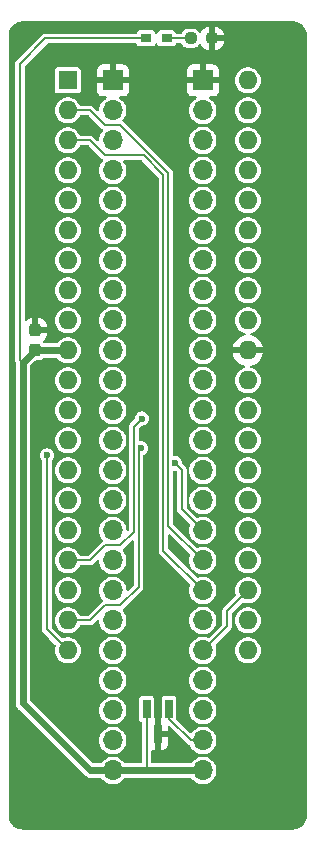
<source format=gbr>
G04 #@! TF.GenerationSoftware,KiCad,Pcbnew,8.0.4+dfsg-1*
G04 #@! TF.CreationDate,2025-02-23T17:23:08+09:00*
G04 #@! TF.ProjectId,bionic-tms9995,62696f6e-6963-42d7-946d-73393939352e,2*
G04 #@! TF.SameCoordinates,Original*
G04 #@! TF.FileFunction,Copper,L1,Top*
G04 #@! TF.FilePolarity,Positive*
%FSLAX46Y46*%
G04 Gerber Fmt 4.6, Leading zero omitted, Abs format (unit mm)*
G04 Created by KiCad (PCBNEW 8.0.4+dfsg-1) date 2025-02-23 17:23:08*
%MOMM*%
%LPD*%
G01*
G04 APERTURE LIST*
G04 Aperture macros list*
%AMRoundRect*
0 Rectangle with rounded corners*
0 $1 Rounding radius*
0 $2 $3 $4 $5 $6 $7 $8 $9 X,Y pos of 4 corners*
0 Add a 4 corners polygon primitive as box body*
4,1,4,$2,$3,$4,$5,$6,$7,$8,$9,$2,$3,0*
0 Add four circle primitives for the rounded corners*
1,1,$1+$1,$2,$3*
1,1,$1+$1,$4,$5*
1,1,$1+$1,$6,$7*
1,1,$1+$1,$8,$9*
0 Add four rect primitives between the rounded corners*
20,1,$1+$1,$2,$3,$4,$5,0*
20,1,$1+$1,$4,$5,$6,$7,0*
20,1,$1+$1,$6,$7,$8,$9,0*
20,1,$1+$1,$8,$9,$2,$3,0*%
G04 Aperture macros list end*
G04 #@! TA.AperFunction,SMDPad,CuDef*
%ADD10R,0.660400X1.625600*%
G04 #@! TD*
G04 #@! TA.AperFunction,ComponentPad*
%ADD11R,1.600000X1.600000*%
G04 #@! TD*
G04 #@! TA.AperFunction,ComponentPad*
%ADD12O,1.600000X1.600000*%
G04 #@! TD*
G04 #@! TA.AperFunction,ComponentPad*
%ADD13O,1.700000X1.700000*%
G04 #@! TD*
G04 #@! TA.AperFunction,ComponentPad*
%ADD14R,1.700000X1.700000*%
G04 #@! TD*
G04 #@! TA.AperFunction,SMDPad,CuDef*
%ADD15R,0.965200X0.762000*%
G04 #@! TD*
G04 #@! TA.AperFunction,SMDPad,CuDef*
%ADD16RoundRect,0.237500X-0.250000X-0.237500X0.250000X-0.237500X0.250000X0.237500X-0.250000X0.237500X0*%
G04 #@! TD*
G04 #@! TA.AperFunction,SMDPad,CuDef*
%ADD17RoundRect,0.237500X0.237500X-0.300000X0.237500X0.300000X-0.237500X0.300000X-0.237500X-0.300000X0*%
G04 #@! TD*
G04 #@! TA.AperFunction,ViaPad*
%ADD18C,0.600000*%
G04 #@! TD*
G04 #@! TA.AperFunction,Conductor*
%ADD19C,0.600000*%
G04 #@! TD*
G04 #@! TA.AperFunction,Conductor*
%ADD20C,0.200000*%
G04 #@! TD*
G04 #@! TA.AperFunction,Conductor*
%ADD21C,0.400000*%
G04 #@! TD*
G04 APERTURE END LIST*
D10*
X114650001Y-128293000D03*
X112749999Y-128293000D03*
X113700000Y-130425000D03*
D11*
X106080000Y-75080000D03*
D12*
X106080000Y-77620000D03*
X106080000Y-80160000D03*
X106080000Y-82700000D03*
X106080000Y-85240000D03*
X106080000Y-87780000D03*
X106080000Y-90320000D03*
X106080000Y-92860000D03*
X106080000Y-95400000D03*
X106080000Y-97940000D03*
X106080000Y-100480000D03*
X106080000Y-103020000D03*
X106080000Y-105560000D03*
X106080000Y-108100000D03*
X106080000Y-110640000D03*
X106080000Y-113180000D03*
X106080000Y-115720000D03*
X106080000Y-118260000D03*
X106080000Y-120800000D03*
X106080000Y-123340000D03*
X121320000Y-123340000D03*
X121320000Y-120800000D03*
X121320000Y-118260000D03*
X121320000Y-115720000D03*
X121320000Y-113180000D03*
X121320000Y-110640000D03*
X121320000Y-108100000D03*
X121320000Y-105560000D03*
X121320000Y-103020000D03*
X121320000Y-100480000D03*
X121320000Y-97940000D03*
X121320000Y-95400000D03*
X121320000Y-92860000D03*
X121320000Y-90320000D03*
X121320000Y-87780000D03*
X121320000Y-85240000D03*
X121320000Y-82700000D03*
X121320000Y-80160000D03*
X121320000Y-77620000D03*
X121320000Y-75080000D03*
D13*
X117510000Y-133500000D03*
X117510000Y-130960000D03*
X117510000Y-128420000D03*
X117510000Y-125880000D03*
X117510000Y-123340000D03*
X117510000Y-120800000D03*
X117510000Y-118260000D03*
X117510000Y-115720000D03*
X117510000Y-113180000D03*
X117510000Y-110640000D03*
X117510000Y-108100000D03*
X117510000Y-105560000D03*
X117510000Y-103020000D03*
X117510000Y-100480000D03*
X117510000Y-97940000D03*
X117510000Y-95400000D03*
X117510000Y-92860000D03*
X117510000Y-90320000D03*
X117510000Y-87780000D03*
X117510000Y-85240000D03*
X117510000Y-82700000D03*
X117510000Y-80160000D03*
X117510000Y-77620000D03*
D14*
X117510000Y-75080000D03*
X109890000Y-75080000D03*
D13*
X109890000Y-77620000D03*
X109890000Y-80160000D03*
X109890000Y-82700000D03*
X109890000Y-85240000D03*
X109890000Y-87780000D03*
X109890000Y-90320000D03*
X109890000Y-92860000D03*
X109890000Y-95400000D03*
X109890000Y-97940000D03*
X109890000Y-100480000D03*
X109890000Y-103020000D03*
X109890000Y-105560000D03*
X109890000Y-108100000D03*
X109890000Y-110640000D03*
X109890000Y-113180000D03*
X109890000Y-115720000D03*
X109890000Y-118260000D03*
X109890000Y-120800000D03*
X109890000Y-123340000D03*
X109890000Y-125880000D03*
X109890000Y-128420000D03*
X109890000Y-130960000D03*
X109890000Y-133500000D03*
D15*
X114449300Y-71524000D03*
X112696700Y-71524000D03*
D16*
X116470500Y-71524000D03*
X118295500Y-71524000D03*
D17*
X103336800Y-97938900D03*
X103336800Y-96213900D03*
D18*
X113827000Y-120927000D03*
X115224000Y-126642000D03*
X112430000Y-94638000D03*
X113700000Y-132103000D03*
X105699000Y-128674000D03*
X123352000Y-130198000D03*
X104302000Y-106830000D03*
X112268000Y-106230000D03*
X112352250Y-103707900D03*
X115180735Y-107500000D03*
D19*
X112811000Y-133500000D02*
X109890000Y-133500000D01*
D20*
X112750000Y-128293001D02*
X112750000Y-133439000D01*
D19*
X103336800Y-97938900D02*
X106078900Y-97938900D01*
X103336800Y-97939000D02*
X103336800Y-97938900D01*
D20*
X112750000Y-133439000D02*
X112811000Y-133500000D01*
D19*
X102803500Y-98472300D02*
X103336800Y-97939000D01*
X102270000Y-99005700D02*
X103336800Y-97938900D01*
X102270000Y-127785000D02*
X102270000Y-99005700D01*
D20*
X102016000Y-98751700D02*
X102270000Y-99005700D01*
X102016000Y-73683000D02*
X102016000Y-98751700D01*
D19*
X107985000Y-133500000D02*
X102270000Y-127785000D01*
X117510000Y-133500000D02*
X112811000Y-133500000D01*
D20*
X104175000Y-71524000D02*
X102016000Y-73683000D01*
X112697000Y-71524000D02*
X112696700Y-71524000D01*
X112749999Y-128293000D02*
X112750000Y-128293001D01*
X112696700Y-71524000D02*
X104175000Y-71524000D01*
D19*
X106078900Y-97938900D02*
X106080000Y-97940000D01*
X109890000Y-133500000D02*
X107985000Y-133500000D01*
D21*
X121320000Y-97940000D02*
X122971000Y-97940000D01*
D20*
X112499314Y-81430000D02*
X114180735Y-83111421D01*
X106080000Y-80160000D02*
X107985000Y-80160000D01*
X114180735Y-114930735D02*
X117510000Y-118260000D01*
X107985000Y-80160000D02*
X109255000Y-81430000D01*
X114180735Y-83111421D02*
X114180735Y-114930735D01*
X109255000Y-81430000D02*
X112499314Y-81430000D01*
X114580735Y-82945735D02*
X110525000Y-78890000D01*
X107985000Y-77620000D02*
X106080000Y-77620000D01*
X114580735Y-112790735D02*
X114580735Y-82945735D01*
X110525000Y-78890000D02*
X109255000Y-78890000D01*
X117510000Y-115720000D02*
X114580735Y-112790735D01*
X109255000Y-78890000D02*
X107985000Y-77620000D01*
X104302000Y-106830000D02*
X104302000Y-121562000D01*
X104302000Y-121562000D02*
X106080000Y-123340000D01*
X107985000Y-120800000D02*
X106080000Y-120800000D01*
X110525000Y-119530000D02*
X109255000Y-119530000D01*
X112268000Y-106230000D02*
X112068000Y-106430000D01*
X112068000Y-117987000D02*
X110525000Y-119530000D01*
X109255000Y-119530000D02*
X107985000Y-120800000D01*
X112068000Y-106430000D02*
X112068000Y-117987000D01*
X114449300Y-71524000D02*
X116470500Y-71524000D01*
X119542000Y-120038000D02*
X121320000Y-118260000D01*
X119542000Y-121308000D02*
X119542000Y-120038000D01*
X117510000Y-123340000D02*
X119542000Y-121308000D01*
X112352250Y-103707900D02*
X111668000Y-104392150D01*
X110525000Y-114450000D02*
X109255000Y-114450000D01*
X111668000Y-113307000D02*
X110525000Y-114450000D01*
X107985000Y-115720000D02*
X106080000Y-115720000D01*
X111668000Y-104392150D02*
X111668000Y-113307000D01*
X109255000Y-114450000D02*
X107985000Y-115720000D01*
X115180735Y-107500000D02*
X115732000Y-108051265D01*
X115732000Y-111402000D02*
X117510000Y-113180000D01*
X115732000Y-108051265D02*
X115732000Y-111402000D01*
X116494000Y-130960000D02*
X117510000Y-130960000D01*
X114650001Y-128293000D02*
X114650001Y-129116001D01*
X114650001Y-129116001D02*
X116494000Y-130960000D01*
G04 #@! TA.AperFunction,Conductor*
G36*
X125133875Y-70075805D02*
G01*
X125309097Y-70089594D01*
X125324430Y-70092023D01*
X125491550Y-70132145D01*
X125506317Y-70136943D01*
X125665104Y-70202715D01*
X125678926Y-70209758D01*
X125825469Y-70299560D01*
X125838032Y-70308688D01*
X125968717Y-70420303D01*
X125979699Y-70431285D01*
X126091311Y-70561967D01*
X126100440Y-70574532D01*
X126190238Y-70721068D01*
X126197287Y-70734902D01*
X126263054Y-70893678D01*
X126267855Y-70908453D01*
X126307975Y-71075564D01*
X126310405Y-71090907D01*
X126324195Y-71266123D01*
X126324500Y-71273891D01*
X126324500Y-137306108D01*
X126324195Y-137313876D01*
X126310405Y-137489092D01*
X126307975Y-137504435D01*
X126267855Y-137671546D01*
X126263054Y-137686321D01*
X126197287Y-137845097D01*
X126190234Y-137858939D01*
X126100442Y-138005465D01*
X126091311Y-138018032D01*
X125979699Y-138148714D01*
X125968714Y-138159699D01*
X125838032Y-138271311D01*
X125825465Y-138280442D01*
X125678939Y-138370234D01*
X125665097Y-138377287D01*
X125506321Y-138443054D01*
X125491546Y-138447855D01*
X125324435Y-138487975D01*
X125309092Y-138490405D01*
X125149743Y-138502946D01*
X125133874Y-138504195D01*
X125126108Y-138504500D01*
X102273892Y-138504500D01*
X102266125Y-138504195D01*
X102247014Y-138502691D01*
X102090907Y-138490405D01*
X102075564Y-138487975D01*
X101908453Y-138447855D01*
X101893678Y-138443054D01*
X101734902Y-138377287D01*
X101721068Y-138370238D01*
X101574532Y-138280440D01*
X101561967Y-138271311D01*
X101462706Y-138186535D01*
X101431282Y-138159696D01*
X101420303Y-138148717D01*
X101308688Y-138018032D01*
X101299560Y-138005469D01*
X101209758Y-137858926D01*
X101202715Y-137845104D01*
X101136943Y-137686317D01*
X101132144Y-137671546D01*
X101092024Y-137504435D01*
X101089594Y-137489097D01*
X101075805Y-137313875D01*
X101075500Y-137306108D01*
X101075500Y-73630273D01*
X101615500Y-73630273D01*
X101615500Y-98698973D01*
X101615500Y-98804427D01*
X101630941Y-98862053D01*
X101642794Y-98906291D01*
X101656234Y-98929568D01*
X101669499Y-98979070D01*
X101669499Y-99092731D01*
X101669500Y-99092744D01*
X101669500Y-127699863D01*
X101669499Y-127699881D01*
X101669499Y-127705943D01*
X101669499Y-127864057D01*
X101706624Y-128002608D01*
X101710424Y-128016788D01*
X101727917Y-128047085D01*
X101727918Y-128047088D01*
X101789478Y-128153713D01*
X101789480Y-128153716D01*
X101901284Y-128265520D01*
X101901286Y-128265521D01*
X107616284Y-133980520D01*
X107753216Y-134059577D01*
X107753218Y-134059577D01*
X107753219Y-134059578D01*
X107829579Y-134080039D01*
X107905940Y-134100500D01*
X107905942Y-134100501D01*
X107905943Y-134100501D01*
X108070121Y-134100501D01*
X108070137Y-134100500D01*
X108852482Y-134100500D01*
X108910673Y-134119407D01*
X108931483Y-134139836D01*
X109036128Y-134278407D01*
X109036135Y-134278413D01*
X109193692Y-134422047D01*
X109193699Y-134422053D01*
X109297389Y-134486255D01*
X109374981Y-134534298D01*
X109573802Y-134611321D01*
X109783390Y-134650500D01*
X109996610Y-134650500D01*
X110206198Y-134611321D01*
X110405019Y-134534298D01*
X110586302Y-134422052D01*
X110743872Y-134278407D01*
X110848515Y-134139838D01*
X110898671Y-134104796D01*
X110927518Y-134100500D01*
X112731943Y-134100500D01*
X116472482Y-134100500D01*
X116530673Y-134119407D01*
X116551483Y-134139836D01*
X116656128Y-134278407D01*
X116656135Y-134278413D01*
X116813692Y-134422047D01*
X116813699Y-134422053D01*
X116917389Y-134486255D01*
X116994981Y-134534298D01*
X117193802Y-134611321D01*
X117403390Y-134650500D01*
X117616610Y-134650500D01*
X117826198Y-134611321D01*
X118025019Y-134534298D01*
X118206302Y-134422052D01*
X118363872Y-134278407D01*
X118492366Y-134108255D01*
X118587405Y-133917389D01*
X118645756Y-133712310D01*
X118665429Y-133500000D01*
X118645756Y-133287690D01*
X118587405Y-133082611D01*
X118492366Y-132891745D01*
X118363872Y-132721593D01*
X118309623Y-132672139D01*
X118206307Y-132577952D01*
X118206300Y-132577946D01*
X118025024Y-132465705D01*
X118025019Y-132465702D01*
X117826195Y-132388678D01*
X117616610Y-132349500D01*
X117403390Y-132349500D01*
X117193804Y-132388678D01*
X116994980Y-132465702D01*
X116994975Y-132465705D01*
X116813699Y-132577946D01*
X116813692Y-132577952D01*
X116656135Y-132721586D01*
X116656131Y-132721589D01*
X116656128Y-132721593D01*
X116551484Y-132860161D01*
X116501329Y-132895204D01*
X116472482Y-132899500D01*
X113249500Y-132899500D01*
X113191309Y-132880593D01*
X113155345Y-132831093D01*
X113150500Y-132800500D01*
X113150500Y-131829579D01*
X113169407Y-131771388D01*
X113218907Y-131735424D01*
X113260082Y-131731146D01*
X113321976Y-131737800D01*
X113449999Y-131737800D01*
X113450000Y-131737799D01*
X113450000Y-130675001D01*
X113950000Y-130675001D01*
X113950000Y-131737799D01*
X113950001Y-131737800D01*
X114078024Y-131737800D01*
X114137570Y-131731398D01*
X114137581Y-131731396D01*
X114272288Y-131681153D01*
X114272290Y-131681152D01*
X114387384Y-131594992D01*
X114387392Y-131594984D01*
X114473552Y-131479890D01*
X114473553Y-131479888D01*
X114523796Y-131345181D01*
X114523798Y-131345170D01*
X114530200Y-131285624D01*
X114530200Y-130675001D01*
X114530199Y-130675000D01*
X113950001Y-130675000D01*
X113950000Y-130675001D01*
X113450000Y-130675001D01*
X113450000Y-129112201D01*
X113950000Y-129112201D01*
X113950000Y-130174999D01*
X113950001Y-130175000D01*
X114530199Y-130175000D01*
X114530200Y-130174999D01*
X114530200Y-129801601D01*
X114549107Y-129743410D01*
X114598607Y-129707446D01*
X114659793Y-129707446D01*
X114699204Y-129731597D01*
X116173520Y-131205913D01*
X116173519Y-131205913D01*
X116248087Y-131280480D01*
X116339409Y-131333205D01*
X116339411Y-131333206D01*
X116339413Y-131333207D01*
X116378448Y-131343666D01*
X116429763Y-131376990D01*
X116441446Y-131395165D01*
X116527634Y-131568255D01*
X116656128Y-131738407D01*
X116656135Y-131738413D01*
X116813692Y-131882047D01*
X116813699Y-131882053D01*
X116917389Y-131946255D01*
X116994981Y-131994298D01*
X117193802Y-132071321D01*
X117403390Y-132110500D01*
X117616610Y-132110500D01*
X117826198Y-132071321D01*
X118025019Y-131994298D01*
X118206302Y-131882052D01*
X118363872Y-131738407D01*
X118492366Y-131568255D01*
X118587405Y-131377389D01*
X118645756Y-131172310D01*
X118665429Y-130960000D01*
X118645756Y-130747690D01*
X118587405Y-130542611D01*
X118492366Y-130351745D01*
X118363872Y-130181593D01*
X118309623Y-130132139D01*
X118206307Y-130037952D01*
X118206300Y-130037946D01*
X118025024Y-129925705D01*
X118025019Y-129925702D01*
X117826195Y-129848678D01*
X117616610Y-129809500D01*
X117403390Y-129809500D01*
X117193804Y-129848678D01*
X116994980Y-129925702D01*
X116994975Y-129925705D01*
X116813699Y-130037946D01*
X116813692Y-130037952D01*
X116656135Y-130181586D01*
X116656119Y-130181603D01*
X116563712Y-130303969D01*
X116513556Y-130339012D01*
X116452381Y-130337881D01*
X116414705Y-130314312D01*
X115309696Y-129209303D01*
X115281919Y-129154786D01*
X115280700Y-129139311D01*
X115280700Y-128420000D01*
X116354571Y-128420000D01*
X116374244Y-128632310D01*
X116432595Y-128837389D01*
X116527634Y-129028255D01*
X116656128Y-129198407D01*
X116726734Y-129262773D01*
X116813692Y-129342047D01*
X116813699Y-129342053D01*
X116870451Y-129377192D01*
X116994981Y-129454298D01*
X117193802Y-129531321D01*
X117403390Y-129570500D01*
X117616610Y-129570500D01*
X117826198Y-129531321D01*
X118025019Y-129454298D01*
X118206302Y-129342052D01*
X118363872Y-129198407D01*
X118492366Y-129028255D01*
X118587405Y-128837389D01*
X118645756Y-128632310D01*
X118665429Y-128420000D01*
X118645756Y-128207690D01*
X118587405Y-128002611D01*
X118492366Y-127811745D01*
X118363872Y-127641593D01*
X118280139Y-127565260D01*
X118206307Y-127497952D01*
X118206300Y-127497946D01*
X118025024Y-127385705D01*
X118025019Y-127385702D01*
X117826195Y-127308678D01*
X117616610Y-127269500D01*
X117403390Y-127269500D01*
X117193804Y-127308678D01*
X116994980Y-127385702D01*
X116994975Y-127385705D01*
X116813699Y-127497946D01*
X116813692Y-127497952D01*
X116656135Y-127641586D01*
X116656131Y-127641589D01*
X116656128Y-127641593D01*
X116656125Y-127641597D01*
X116527635Y-127811743D01*
X116527630Y-127811752D01*
X116432596Y-128002608D01*
X116374244Y-128207688D01*
X116374244Y-128207690D01*
X116354571Y-128420000D01*
X115280700Y-128420000D01*
X115280700Y-127435336D01*
X115277786Y-127410209D01*
X115232407Y-127307435D01*
X115152966Y-127227994D01*
X115050192Y-127182615D01*
X115050191Y-127182614D01*
X115050189Y-127182614D01*
X115025069Y-127179700D01*
X114274940Y-127179700D01*
X114274937Y-127179701D01*
X114249810Y-127182614D01*
X114147036Y-127227994D01*
X114067595Y-127307435D01*
X114022215Y-127410211D01*
X114019301Y-127435330D01*
X114019301Y-127435332D01*
X114019301Y-127435335D01*
X114019301Y-128265521D01*
X114019302Y-129013200D01*
X114000395Y-129071391D01*
X113965343Y-129096857D01*
X113950000Y-129112201D01*
X113450000Y-129112201D01*
X113435704Y-129097905D01*
X113421508Y-129093293D01*
X113385544Y-129043793D01*
X113380699Y-129013200D01*
X113380698Y-127435339D01*
X113380698Y-127435336D01*
X113377784Y-127410209D01*
X113332405Y-127307435D01*
X113252964Y-127227994D01*
X113150190Y-127182615D01*
X113150189Y-127182614D01*
X113150187Y-127182614D01*
X113125067Y-127179700D01*
X112374938Y-127179700D01*
X112374935Y-127179701D01*
X112349808Y-127182614D01*
X112247034Y-127227994D01*
X112167593Y-127307435D01*
X112122213Y-127410211D01*
X112119299Y-127435330D01*
X112119299Y-129150660D01*
X112119300Y-129150663D01*
X112122213Y-129175790D01*
X112137011Y-129209303D01*
X112167593Y-129278565D01*
X112247034Y-129358006D01*
X112290489Y-129377193D01*
X112336083Y-129417993D01*
X112349500Y-129467757D01*
X112349500Y-132800500D01*
X112330593Y-132858691D01*
X112281093Y-132894655D01*
X112250500Y-132899500D01*
X110927518Y-132899500D01*
X110869327Y-132880593D01*
X110848516Y-132860163D01*
X110743872Y-132721593D01*
X110689623Y-132672139D01*
X110586307Y-132577952D01*
X110586300Y-132577946D01*
X110405024Y-132465705D01*
X110405019Y-132465702D01*
X110206195Y-132388678D01*
X109996610Y-132349500D01*
X109783390Y-132349500D01*
X109573804Y-132388678D01*
X109374980Y-132465702D01*
X109374975Y-132465705D01*
X109193699Y-132577946D01*
X109193692Y-132577952D01*
X109036135Y-132721586D01*
X109036131Y-132721589D01*
X109036128Y-132721593D01*
X108931484Y-132860161D01*
X108881329Y-132895204D01*
X108852482Y-132899500D01*
X108274744Y-132899500D01*
X108216553Y-132880593D01*
X108204740Y-132870504D01*
X106294236Y-130960000D01*
X108734571Y-130960000D01*
X108754244Y-131172310D01*
X108812595Y-131377389D01*
X108907634Y-131568255D01*
X109036128Y-131738407D01*
X109036135Y-131738413D01*
X109193692Y-131882047D01*
X109193699Y-131882053D01*
X109297389Y-131946255D01*
X109374981Y-131994298D01*
X109573802Y-132071321D01*
X109783390Y-132110500D01*
X109996610Y-132110500D01*
X110206198Y-132071321D01*
X110405019Y-131994298D01*
X110586302Y-131882052D01*
X110743872Y-131738407D01*
X110872366Y-131568255D01*
X110967405Y-131377389D01*
X111025756Y-131172310D01*
X111045429Y-130960000D01*
X111025756Y-130747690D01*
X110967405Y-130542611D01*
X110872366Y-130351745D01*
X110743872Y-130181593D01*
X110689623Y-130132139D01*
X110586307Y-130037952D01*
X110586300Y-130037946D01*
X110405024Y-129925705D01*
X110405019Y-129925702D01*
X110206195Y-129848678D01*
X109996610Y-129809500D01*
X109783390Y-129809500D01*
X109573804Y-129848678D01*
X109374980Y-129925702D01*
X109374975Y-129925705D01*
X109193699Y-130037946D01*
X109193692Y-130037952D01*
X109036135Y-130181586D01*
X109036131Y-130181589D01*
X109036128Y-130181593D01*
X109036125Y-130181597D01*
X108907635Y-130351743D01*
X108907630Y-130351752D01*
X108812596Y-130542608D01*
X108754244Y-130747688D01*
X108754244Y-130747690D01*
X108734571Y-130960000D01*
X106294236Y-130960000D01*
X103754236Y-128420000D01*
X108734571Y-128420000D01*
X108754244Y-128632310D01*
X108812595Y-128837389D01*
X108907634Y-129028255D01*
X109036128Y-129198407D01*
X109106734Y-129262773D01*
X109193692Y-129342047D01*
X109193699Y-129342053D01*
X109250451Y-129377192D01*
X109374981Y-129454298D01*
X109573802Y-129531321D01*
X109783390Y-129570500D01*
X109996610Y-129570500D01*
X110206198Y-129531321D01*
X110405019Y-129454298D01*
X110586302Y-129342052D01*
X110743872Y-129198407D01*
X110872366Y-129028255D01*
X110967405Y-128837389D01*
X111025756Y-128632310D01*
X111045429Y-128420000D01*
X111025756Y-128207690D01*
X110967405Y-128002611D01*
X110872366Y-127811745D01*
X110743872Y-127641593D01*
X110660139Y-127565260D01*
X110586307Y-127497952D01*
X110586300Y-127497946D01*
X110405024Y-127385705D01*
X110405019Y-127385702D01*
X110206195Y-127308678D01*
X109996610Y-127269500D01*
X109783390Y-127269500D01*
X109573804Y-127308678D01*
X109374980Y-127385702D01*
X109374975Y-127385705D01*
X109193699Y-127497946D01*
X109193692Y-127497952D01*
X109036135Y-127641586D01*
X109036131Y-127641589D01*
X109036128Y-127641593D01*
X109036125Y-127641597D01*
X108907635Y-127811743D01*
X108907630Y-127811752D01*
X108812596Y-128002608D01*
X108754244Y-128207688D01*
X108754244Y-128207690D01*
X108734571Y-128420000D01*
X103754236Y-128420000D01*
X102899496Y-127565260D01*
X102871719Y-127510743D01*
X102870500Y-127495256D01*
X102870500Y-125880000D01*
X108734571Y-125880000D01*
X108754244Y-126092310D01*
X108812595Y-126297389D01*
X108907634Y-126488255D01*
X109036128Y-126658407D01*
X109036135Y-126658413D01*
X109193692Y-126802047D01*
X109193699Y-126802053D01*
X109297389Y-126866255D01*
X109374981Y-126914298D01*
X109573802Y-126991321D01*
X109783390Y-127030500D01*
X109996610Y-127030500D01*
X110206198Y-126991321D01*
X110405019Y-126914298D01*
X110586302Y-126802052D01*
X110743872Y-126658407D01*
X110872366Y-126488255D01*
X110967405Y-126297389D01*
X111025756Y-126092310D01*
X111045429Y-125880000D01*
X116354571Y-125880000D01*
X116374244Y-126092310D01*
X116432595Y-126297389D01*
X116527634Y-126488255D01*
X116656128Y-126658407D01*
X116656135Y-126658413D01*
X116813692Y-126802047D01*
X116813699Y-126802053D01*
X116917389Y-126866255D01*
X116994981Y-126914298D01*
X117193802Y-126991321D01*
X117403390Y-127030500D01*
X117616610Y-127030500D01*
X117826198Y-126991321D01*
X118025019Y-126914298D01*
X118206302Y-126802052D01*
X118363872Y-126658407D01*
X118492366Y-126488255D01*
X118587405Y-126297389D01*
X118645756Y-126092310D01*
X118665429Y-125880000D01*
X118645756Y-125667690D01*
X118587405Y-125462611D01*
X118492366Y-125271745D01*
X118363872Y-125101593D01*
X118309623Y-125052139D01*
X118206307Y-124957952D01*
X118206300Y-124957946D01*
X118025024Y-124845705D01*
X118025019Y-124845702D01*
X117826195Y-124768678D01*
X117616610Y-124729500D01*
X117403390Y-124729500D01*
X117193804Y-124768678D01*
X116994980Y-124845702D01*
X116994975Y-124845705D01*
X116813699Y-124957946D01*
X116813692Y-124957952D01*
X116656135Y-125101586D01*
X116656131Y-125101589D01*
X116656128Y-125101593D01*
X116656125Y-125101597D01*
X116527635Y-125271743D01*
X116527630Y-125271752D01*
X116432596Y-125462608D01*
X116374244Y-125667688D01*
X116374244Y-125667690D01*
X116354571Y-125880000D01*
X111045429Y-125880000D01*
X111025756Y-125667690D01*
X110967405Y-125462611D01*
X110872366Y-125271745D01*
X110743872Y-125101593D01*
X110689623Y-125052139D01*
X110586307Y-124957952D01*
X110586300Y-124957946D01*
X110405024Y-124845705D01*
X110405019Y-124845702D01*
X110206195Y-124768678D01*
X109996610Y-124729500D01*
X109783390Y-124729500D01*
X109573804Y-124768678D01*
X109374980Y-124845702D01*
X109374975Y-124845705D01*
X109193699Y-124957946D01*
X109193692Y-124957952D01*
X109036135Y-125101586D01*
X109036131Y-125101589D01*
X109036128Y-125101593D01*
X109036125Y-125101597D01*
X108907635Y-125271743D01*
X108907630Y-125271752D01*
X108812596Y-125462608D01*
X108754244Y-125667688D01*
X108754244Y-125667690D01*
X108734571Y-125880000D01*
X102870500Y-125880000D01*
X102870500Y-106829999D01*
X103696318Y-106829999D01*
X103696318Y-106830000D01*
X103716955Y-106986758D01*
X103716957Y-106986766D01*
X103777462Y-107132838D01*
X103777462Y-107132839D01*
X103877668Y-107263431D01*
X103876283Y-107264493D01*
X103900279Y-107311569D01*
X103901500Y-107327071D01*
X103901500Y-121509273D01*
X103901500Y-121614727D01*
X103919520Y-121681980D01*
X103928794Y-121716592D01*
X103981516Y-121807908D01*
X103981517Y-121807909D01*
X103981518Y-121807910D01*
X103981520Y-121807913D01*
X104504802Y-122331195D01*
X105022663Y-122849056D01*
X105050440Y-122903573D01*
X105047880Y-122946152D01*
X104993603Y-123136915D01*
X104993603Y-123136917D01*
X104974785Y-123340000D01*
X104993603Y-123543083D01*
X105049418Y-123739250D01*
X105140327Y-123921821D01*
X105263236Y-124084579D01*
X105413959Y-124221981D01*
X105587363Y-124329348D01*
X105777544Y-124403024D01*
X105978024Y-124440500D01*
X106181976Y-124440500D01*
X106382456Y-124403024D01*
X106572637Y-124329348D01*
X106746041Y-124221981D01*
X106896764Y-124084579D01*
X107019673Y-123921821D01*
X107110582Y-123739250D01*
X107166397Y-123543083D01*
X107185215Y-123340000D01*
X108734571Y-123340000D01*
X108754244Y-123552310D01*
X108812595Y-123757389D01*
X108907634Y-123948255D01*
X109036128Y-124118407D01*
X109036135Y-124118413D01*
X109193692Y-124262047D01*
X109193699Y-124262053D01*
X109297389Y-124326255D01*
X109374981Y-124374298D01*
X109573802Y-124451321D01*
X109783390Y-124490500D01*
X109996610Y-124490500D01*
X110206198Y-124451321D01*
X110405019Y-124374298D01*
X110586302Y-124262052D01*
X110743872Y-124118407D01*
X110872366Y-123948255D01*
X110967405Y-123757389D01*
X111025756Y-123552310D01*
X111045429Y-123340000D01*
X116354571Y-123340000D01*
X116374244Y-123552310D01*
X116432595Y-123757389D01*
X116527634Y-123948255D01*
X116656128Y-124118407D01*
X116656135Y-124118413D01*
X116813692Y-124262047D01*
X116813699Y-124262053D01*
X116917389Y-124326255D01*
X116994981Y-124374298D01*
X117193802Y-124451321D01*
X117403390Y-124490500D01*
X117616610Y-124490500D01*
X117826198Y-124451321D01*
X118025019Y-124374298D01*
X118206302Y-124262052D01*
X118363872Y-124118407D01*
X118492366Y-123948255D01*
X118587405Y-123757389D01*
X118645756Y-123552310D01*
X118665429Y-123340000D01*
X120214785Y-123340000D01*
X120233603Y-123543083D01*
X120289418Y-123739250D01*
X120380327Y-123921821D01*
X120503236Y-124084579D01*
X120653959Y-124221981D01*
X120827363Y-124329348D01*
X121017544Y-124403024D01*
X121218024Y-124440500D01*
X121421976Y-124440500D01*
X121622456Y-124403024D01*
X121812637Y-124329348D01*
X121986041Y-124221981D01*
X122136764Y-124084579D01*
X122259673Y-123921821D01*
X122350582Y-123739250D01*
X122406397Y-123543083D01*
X122425215Y-123340000D01*
X122406397Y-123136917D01*
X122350582Y-122940750D01*
X122259673Y-122758179D01*
X122136764Y-122595421D01*
X121986041Y-122458019D01*
X121812637Y-122350652D01*
X121622456Y-122276976D01*
X121622455Y-122276975D01*
X121622453Y-122276975D01*
X121421976Y-122239500D01*
X121218024Y-122239500D01*
X121017546Y-122276975D01*
X120977353Y-122292546D01*
X120827363Y-122350652D01*
X120718676Y-122417948D01*
X120653959Y-122458019D01*
X120503237Y-122595420D01*
X120380328Y-122758177D01*
X120380323Y-122758186D01*
X120298450Y-122922611D01*
X120289418Y-122940750D01*
X120233603Y-123136917D01*
X120214785Y-123340000D01*
X118665429Y-123340000D01*
X118645756Y-123127690D01*
X118587405Y-122922611D01*
X118587401Y-122922604D01*
X118585752Y-122918344D01*
X118587132Y-122917809D01*
X118579019Y-122863364D01*
X118606648Y-122809743D01*
X119862480Y-121553913D01*
X119915207Y-121462588D01*
X119942500Y-121360727D01*
X119942500Y-121255273D01*
X119942500Y-120800000D01*
X120214785Y-120800000D01*
X120233603Y-121003083D01*
X120282007Y-121173205D01*
X120289419Y-121199252D01*
X120369823Y-121360727D01*
X120380327Y-121381821D01*
X120503236Y-121544579D01*
X120653959Y-121681981D01*
X120827363Y-121789348D01*
X121017544Y-121863024D01*
X121218024Y-121900500D01*
X121421976Y-121900500D01*
X121622456Y-121863024D01*
X121812637Y-121789348D01*
X121986041Y-121681981D01*
X122136764Y-121544579D01*
X122259673Y-121381821D01*
X122350582Y-121199250D01*
X122406397Y-121003083D01*
X122425215Y-120800000D01*
X122406397Y-120596917D01*
X122350582Y-120400750D01*
X122259673Y-120218179D01*
X122136764Y-120055421D01*
X121986041Y-119918019D01*
X121812637Y-119810652D01*
X121622456Y-119736976D01*
X121622455Y-119736975D01*
X121622453Y-119736975D01*
X121421976Y-119699500D01*
X121218024Y-119699500D01*
X121017546Y-119736975D01*
X120947632Y-119764059D01*
X120827363Y-119810652D01*
X120709850Y-119883413D01*
X120653959Y-119918019D01*
X120503237Y-120055420D01*
X120380328Y-120218177D01*
X120380323Y-120218186D01*
X120298450Y-120382611D01*
X120289418Y-120400750D01*
X120233603Y-120596917D01*
X120214785Y-120800000D01*
X119942500Y-120800000D01*
X119942500Y-120244899D01*
X119961407Y-120186708D01*
X119971490Y-120174901D01*
X120831974Y-119314416D01*
X120886489Y-119286641D01*
X120937738Y-119292106D01*
X121017544Y-119323024D01*
X121218024Y-119360500D01*
X121421976Y-119360500D01*
X121622456Y-119323024D01*
X121812637Y-119249348D01*
X121986041Y-119141981D01*
X122136764Y-119004579D01*
X122259673Y-118841821D01*
X122350582Y-118659250D01*
X122406397Y-118463083D01*
X122425215Y-118260000D01*
X122406397Y-118056917D01*
X122350582Y-117860750D01*
X122259673Y-117678179D01*
X122136764Y-117515421D01*
X121986041Y-117378019D01*
X121812637Y-117270652D01*
X121622456Y-117196976D01*
X121622455Y-117196975D01*
X121622453Y-117196975D01*
X121421976Y-117159500D01*
X121218024Y-117159500D01*
X121017546Y-117196975D01*
X120977353Y-117212546D01*
X120827363Y-117270652D01*
X120718676Y-117337948D01*
X120653959Y-117378019D01*
X120503237Y-117515420D01*
X120380328Y-117678177D01*
X120380323Y-117678186D01*
X120298450Y-117842611D01*
X120289418Y-117860750D01*
X120233603Y-118056917D01*
X120214785Y-118260000D01*
X120233603Y-118463083D01*
X120236229Y-118472311D01*
X120287880Y-118653845D01*
X120285619Y-118714989D01*
X120262663Y-118750941D01*
X119221520Y-119792086D01*
X119221516Y-119792091D01*
X119168793Y-119883411D01*
X119168792Y-119883411D01*
X119168793Y-119883412D01*
X119141500Y-119985273D01*
X119141500Y-121101098D01*
X119122593Y-121159289D01*
X119112504Y-121171102D01*
X118036673Y-122246932D01*
X117982156Y-122274709D01*
X117930907Y-122269243D01*
X117826198Y-122228679D01*
X117826197Y-122228678D01*
X117826195Y-122228678D01*
X117616610Y-122189500D01*
X117403390Y-122189500D01*
X117193804Y-122228678D01*
X116994980Y-122305702D01*
X116994975Y-122305705D01*
X116813699Y-122417946D01*
X116813692Y-122417952D01*
X116656135Y-122561586D01*
X116656131Y-122561589D01*
X116656128Y-122561593D01*
X116656125Y-122561597D01*
X116527635Y-122731743D01*
X116527630Y-122731752D01*
X116432596Y-122922608D01*
X116374244Y-123127688D01*
X116374244Y-123127690D01*
X116354571Y-123340000D01*
X111045429Y-123340000D01*
X111025756Y-123127690D01*
X110967405Y-122922611D01*
X110872366Y-122731745D01*
X110743872Y-122561593D01*
X110689623Y-122512139D01*
X110586307Y-122417952D01*
X110586300Y-122417946D01*
X110405024Y-122305705D01*
X110405019Y-122305702D01*
X110325016Y-122274709D01*
X110206198Y-122228679D01*
X110206197Y-122228678D01*
X110206195Y-122228678D01*
X109996610Y-122189500D01*
X109783390Y-122189500D01*
X109573804Y-122228678D01*
X109374980Y-122305702D01*
X109374975Y-122305705D01*
X109193699Y-122417946D01*
X109193692Y-122417952D01*
X109036135Y-122561586D01*
X109036131Y-122561589D01*
X109036128Y-122561593D01*
X109036125Y-122561597D01*
X108907635Y-122731743D01*
X108907630Y-122731752D01*
X108812596Y-122922608D01*
X108754244Y-123127688D01*
X108754244Y-123127690D01*
X108734571Y-123340000D01*
X107185215Y-123340000D01*
X107166397Y-123136917D01*
X107110582Y-122940750D01*
X107019673Y-122758179D01*
X106896764Y-122595421D01*
X106746041Y-122458019D01*
X106572637Y-122350652D01*
X106382456Y-122276976D01*
X106382455Y-122276975D01*
X106382453Y-122276975D01*
X106181976Y-122239500D01*
X105978024Y-122239500D01*
X105777544Y-122276975D01*
X105697739Y-122307892D01*
X105636648Y-122311282D01*
X105591973Y-122285581D01*
X105169416Y-121863024D01*
X104731496Y-121425103D01*
X104703719Y-121370586D01*
X104702500Y-121355099D01*
X104702500Y-118260000D01*
X104974785Y-118260000D01*
X104993603Y-118463083D01*
X105049418Y-118659250D01*
X105140327Y-118841821D01*
X105263236Y-119004579D01*
X105413959Y-119141981D01*
X105587363Y-119249348D01*
X105777544Y-119323024D01*
X105978024Y-119360500D01*
X106181976Y-119360500D01*
X106382456Y-119323024D01*
X106572637Y-119249348D01*
X106746041Y-119141981D01*
X106896764Y-119004579D01*
X107019673Y-118841821D01*
X107110582Y-118659250D01*
X107166397Y-118463083D01*
X107185215Y-118260000D01*
X107166397Y-118056917D01*
X107110582Y-117860750D01*
X107019673Y-117678179D01*
X106896764Y-117515421D01*
X106746041Y-117378019D01*
X106572637Y-117270652D01*
X106382456Y-117196976D01*
X106382455Y-117196975D01*
X106382453Y-117196975D01*
X106181976Y-117159500D01*
X105978024Y-117159500D01*
X105777546Y-117196975D01*
X105737353Y-117212546D01*
X105587363Y-117270652D01*
X105478676Y-117337948D01*
X105413959Y-117378019D01*
X105263237Y-117515420D01*
X105140328Y-117678177D01*
X105140323Y-117678186D01*
X105058450Y-117842611D01*
X105049418Y-117860750D01*
X104993603Y-118056917D01*
X104974785Y-118260000D01*
X104702500Y-118260000D01*
X104702500Y-115720000D01*
X104974785Y-115720000D01*
X104993603Y-115923083D01*
X105049418Y-116119250D01*
X105140327Y-116301821D01*
X105263236Y-116464579D01*
X105413959Y-116601981D01*
X105587363Y-116709348D01*
X105777544Y-116783024D01*
X105978024Y-116820500D01*
X106181976Y-116820500D01*
X106382456Y-116783024D01*
X106572637Y-116709348D01*
X106746041Y-116601981D01*
X106896764Y-116464579D01*
X107019673Y-116301821D01*
X107082637Y-116175371D01*
X107125500Y-116131709D01*
X107171258Y-116120500D01*
X108037725Y-116120500D01*
X108037727Y-116120500D01*
X108139588Y-116093207D01*
X108139590Y-116093205D01*
X108139592Y-116093205D01*
X108230908Y-116040483D01*
X108230908Y-116040482D01*
X108230913Y-116040480D01*
X108569913Y-115701478D01*
X108624430Y-115673701D01*
X108684862Y-115683272D01*
X108728127Y-115726537D01*
X108738494Y-115762346D01*
X108754244Y-115932310D01*
X108812595Y-116137389D01*
X108907634Y-116328255D01*
X109036128Y-116498407D01*
X109036135Y-116498413D01*
X109193692Y-116642047D01*
X109193699Y-116642053D01*
X109297389Y-116706255D01*
X109374981Y-116754298D01*
X109573802Y-116831321D01*
X109783390Y-116870500D01*
X109996610Y-116870500D01*
X110206198Y-116831321D01*
X110405019Y-116754298D01*
X110586302Y-116642052D01*
X110743872Y-116498407D01*
X110872366Y-116328255D01*
X110967405Y-116137389D01*
X111025756Y-115932310D01*
X111045429Y-115720000D01*
X111025756Y-115507690D01*
X110967405Y-115302611D01*
X110872366Y-115111745D01*
X110743872Y-114941593D01*
X110739485Y-114937593D01*
X110709220Y-114884422D01*
X110715989Y-114823612D01*
X110756681Y-114778696D01*
X110770913Y-114770480D01*
X111498498Y-114042894D01*
X111553013Y-114015119D01*
X111613445Y-114024690D01*
X111656710Y-114067955D01*
X111667500Y-114112900D01*
X111667500Y-117780098D01*
X111648593Y-117838289D01*
X111638503Y-117850102D01*
X111210085Y-118278519D01*
X111155569Y-118306296D01*
X111095137Y-118296725D01*
X111051872Y-118253460D01*
X111041505Y-118217652D01*
X111025756Y-118047690D01*
X110967405Y-117842611D01*
X110872366Y-117651745D01*
X110743872Y-117481593D01*
X110689623Y-117432139D01*
X110586307Y-117337952D01*
X110586300Y-117337946D01*
X110405024Y-117225705D01*
X110405019Y-117225702D01*
X110319657Y-117192633D01*
X110206198Y-117148679D01*
X110206197Y-117148678D01*
X110206195Y-117148678D01*
X109996610Y-117109500D01*
X109783390Y-117109500D01*
X109573804Y-117148678D01*
X109374980Y-117225702D01*
X109374975Y-117225705D01*
X109193699Y-117337946D01*
X109193692Y-117337952D01*
X109036135Y-117481586D01*
X109036131Y-117481589D01*
X109036128Y-117481593D01*
X109036125Y-117481597D01*
X108907635Y-117651743D01*
X108907630Y-117651752D01*
X108812596Y-117842608D01*
X108754244Y-118047688D01*
X108754244Y-118047689D01*
X108754244Y-118047690D01*
X108734571Y-118260000D01*
X108754244Y-118472310D01*
X108812595Y-118677389D01*
X108907634Y-118868255D01*
X109036128Y-119038407D01*
X109040511Y-119042403D01*
X109070779Y-119095576D01*
X109064011Y-119156386D01*
X109023321Y-119201301D01*
X109009089Y-119209518D01*
X107848103Y-120370504D01*
X107793586Y-120398281D01*
X107778099Y-120399500D01*
X107171258Y-120399500D01*
X107113067Y-120380593D01*
X107082637Y-120344628D01*
X107019676Y-120218186D01*
X107019673Y-120218179D01*
X106896764Y-120055421D01*
X106746041Y-119918019D01*
X106572637Y-119810652D01*
X106382456Y-119736976D01*
X106382455Y-119736975D01*
X106382453Y-119736975D01*
X106181976Y-119699500D01*
X105978024Y-119699500D01*
X105777546Y-119736975D01*
X105707632Y-119764059D01*
X105587363Y-119810652D01*
X105469850Y-119883413D01*
X105413959Y-119918019D01*
X105263237Y-120055420D01*
X105140328Y-120218177D01*
X105140323Y-120218186D01*
X105058450Y-120382611D01*
X105049418Y-120400750D01*
X104993603Y-120596917D01*
X104974785Y-120800000D01*
X104993603Y-121003083D01*
X105042007Y-121173205D01*
X105049419Y-121199252D01*
X105129823Y-121360727D01*
X105140327Y-121381821D01*
X105263236Y-121544579D01*
X105413959Y-121681981D01*
X105587363Y-121789348D01*
X105777544Y-121863024D01*
X105978024Y-121900500D01*
X106181976Y-121900500D01*
X106382456Y-121863024D01*
X106572637Y-121789348D01*
X106746041Y-121681981D01*
X106896764Y-121544579D01*
X107019673Y-121381821D01*
X107082637Y-121255371D01*
X107125500Y-121211709D01*
X107171258Y-121200500D01*
X108037725Y-121200500D01*
X108037727Y-121200500D01*
X108139588Y-121173207D01*
X108139590Y-121173205D01*
X108139592Y-121173205D01*
X108230908Y-121120483D01*
X108230908Y-121120482D01*
X108230913Y-121120480D01*
X108569913Y-120781478D01*
X108624430Y-120753701D01*
X108684862Y-120763272D01*
X108728127Y-120806537D01*
X108738494Y-120842346D01*
X108754244Y-121012310D01*
X108812595Y-121217389D01*
X108907634Y-121408255D01*
X109036128Y-121578407D01*
X109036135Y-121578413D01*
X109193692Y-121722047D01*
X109193699Y-121722053D01*
X109297389Y-121786255D01*
X109374981Y-121834298D01*
X109573802Y-121911321D01*
X109783390Y-121950500D01*
X109996610Y-121950500D01*
X110206198Y-121911321D01*
X110405019Y-121834298D01*
X110586302Y-121722052D01*
X110743872Y-121578407D01*
X110872366Y-121408255D01*
X110967405Y-121217389D01*
X111025756Y-121012310D01*
X111045429Y-120800000D01*
X116354571Y-120800000D01*
X116374244Y-121012310D01*
X116432595Y-121217389D01*
X116527634Y-121408255D01*
X116656128Y-121578407D01*
X116656135Y-121578413D01*
X116813692Y-121722047D01*
X116813699Y-121722053D01*
X116917389Y-121786255D01*
X116994981Y-121834298D01*
X117193802Y-121911321D01*
X117403390Y-121950500D01*
X117616610Y-121950500D01*
X117826198Y-121911321D01*
X118025019Y-121834298D01*
X118206302Y-121722052D01*
X118363872Y-121578407D01*
X118492366Y-121408255D01*
X118587405Y-121217389D01*
X118645756Y-121012310D01*
X118665429Y-120800000D01*
X118645756Y-120587690D01*
X118587405Y-120382611D01*
X118492366Y-120191745D01*
X118363872Y-120021593D01*
X118301159Y-119964422D01*
X118206307Y-119877952D01*
X118206300Y-119877946D01*
X118025024Y-119765705D01*
X118025019Y-119765702D01*
X117826195Y-119688678D01*
X117616610Y-119649500D01*
X117403390Y-119649500D01*
X117193804Y-119688678D01*
X116994980Y-119765702D01*
X116994975Y-119765705D01*
X116813699Y-119877946D01*
X116813692Y-119877952D01*
X116656135Y-120021586D01*
X116656131Y-120021589D01*
X116656128Y-120021593D01*
X116656125Y-120021597D01*
X116527635Y-120191743D01*
X116527630Y-120191752D01*
X116432596Y-120382608D01*
X116432595Y-120382611D01*
X116427790Y-120399500D01*
X116374244Y-120587688D01*
X116374244Y-120587690D01*
X116354571Y-120800000D01*
X111045429Y-120800000D01*
X111025756Y-120587690D01*
X110967405Y-120382611D01*
X110872366Y-120191745D01*
X110743872Y-120021593D01*
X110739485Y-120017593D01*
X110709220Y-119964422D01*
X110715989Y-119903612D01*
X110756681Y-119858696D01*
X110770913Y-119850480D01*
X112313910Y-118307481D01*
X112313913Y-118307480D01*
X112388480Y-118232913D01*
X112441207Y-118141587D01*
X112450900Y-118105412D01*
X112468501Y-118039726D01*
X112468501Y-117934273D01*
X112468501Y-117928211D01*
X112468500Y-117928193D01*
X112468500Y-106863076D01*
X112487407Y-106804885D01*
X112529614Y-106771612D01*
X112570841Y-106754536D01*
X112696282Y-106658282D01*
X112792536Y-106532841D01*
X112853044Y-106386762D01*
X112873682Y-106230000D01*
X112853044Y-106073238D01*
X112813342Y-105977389D01*
X112792537Y-105927161D01*
X112792537Y-105927160D01*
X112696286Y-105801723D01*
X112696285Y-105801722D01*
X112696282Y-105801718D01*
X112696277Y-105801714D01*
X112696276Y-105801713D01*
X112570838Y-105705462D01*
X112424766Y-105644957D01*
X112424758Y-105644955D01*
X112268001Y-105624318D01*
X112267998Y-105624318D01*
X112180421Y-105635847D01*
X112120261Y-105624697D01*
X112078144Y-105580314D01*
X112068500Y-105537694D01*
X112068500Y-104599050D01*
X112087407Y-104540859D01*
X112097496Y-104529046D01*
X112283964Y-104342578D01*
X112338481Y-104314801D01*
X112349697Y-104313918D01*
X112352249Y-104313581D01*
X112352250Y-104313582D01*
X112509012Y-104292944D01*
X112655091Y-104232436D01*
X112780532Y-104136182D01*
X112876786Y-104010741D01*
X112937294Y-103864662D01*
X112957932Y-103707900D01*
X112937294Y-103551138D01*
X112937292Y-103551133D01*
X112876787Y-103405061D01*
X112876787Y-103405060D01*
X112780536Y-103279623D01*
X112780535Y-103279622D01*
X112780532Y-103279618D01*
X112780527Y-103279614D01*
X112780526Y-103279613D01*
X112655088Y-103183362D01*
X112509016Y-103122857D01*
X112509008Y-103122855D01*
X112352251Y-103102218D01*
X112352249Y-103102218D01*
X112195491Y-103122855D01*
X112195483Y-103122857D01*
X112049411Y-103183362D01*
X112049410Y-103183362D01*
X111923973Y-103279613D01*
X111923963Y-103279623D01*
X111827712Y-103405060D01*
X111827712Y-103405061D01*
X111767207Y-103551133D01*
X111767205Y-103551141D01*
X111745721Y-103714333D01*
X111743993Y-103714105D01*
X111727661Y-103764372D01*
X111717572Y-103776184D01*
X111347520Y-104146236D01*
X111347516Y-104146241D01*
X111294793Y-104237561D01*
X111294792Y-104237561D01*
X111294793Y-104237562D01*
X111267500Y-104339423D01*
X111267500Y-113100099D01*
X111248593Y-113158290D01*
X111238504Y-113170103D01*
X111210086Y-113198521D01*
X111155569Y-113226298D01*
X111095137Y-113216727D01*
X111051872Y-113173462D01*
X111041505Y-113137655D01*
X111025756Y-112967690D01*
X110967405Y-112762611D01*
X110872366Y-112571745D01*
X110743872Y-112401593D01*
X110689623Y-112352139D01*
X110586307Y-112257952D01*
X110586300Y-112257946D01*
X110405024Y-112145705D01*
X110405019Y-112145702D01*
X110319657Y-112112633D01*
X110206198Y-112068679D01*
X110206197Y-112068678D01*
X110206195Y-112068678D01*
X109996610Y-112029500D01*
X109783390Y-112029500D01*
X109573804Y-112068678D01*
X109374980Y-112145702D01*
X109374975Y-112145705D01*
X109193699Y-112257946D01*
X109193692Y-112257952D01*
X109036135Y-112401586D01*
X109036131Y-112401589D01*
X109036128Y-112401593D01*
X109036125Y-112401597D01*
X108907635Y-112571743D01*
X108907630Y-112571752D01*
X108812596Y-112762608D01*
X108754244Y-112967688D01*
X108754244Y-112967689D01*
X108754244Y-112967690D01*
X108734571Y-113180000D01*
X108754244Y-113392310D01*
X108812595Y-113597389D01*
X108907634Y-113788255D01*
X109036128Y-113958407D01*
X109040511Y-113962403D01*
X109070779Y-114015576D01*
X109064011Y-114076386D01*
X109023321Y-114121301D01*
X109009089Y-114129518D01*
X107848103Y-115290504D01*
X107793586Y-115318281D01*
X107778099Y-115319500D01*
X107171258Y-115319500D01*
X107113067Y-115300593D01*
X107082637Y-115264628D01*
X107070428Y-115240109D01*
X107019673Y-115138179D01*
X106896764Y-114975421D01*
X106746041Y-114838019D01*
X106572637Y-114730652D01*
X106382456Y-114656976D01*
X106382455Y-114656975D01*
X106382453Y-114656975D01*
X106181976Y-114619500D01*
X105978024Y-114619500D01*
X105777546Y-114656975D01*
X105737353Y-114672546D01*
X105587363Y-114730652D01*
X105478676Y-114797948D01*
X105413959Y-114838019D01*
X105263237Y-114975420D01*
X105140328Y-115138177D01*
X105140323Y-115138186D01*
X105058450Y-115302611D01*
X105049418Y-115320750D01*
X104993603Y-115516917D01*
X104974785Y-115720000D01*
X104702500Y-115720000D01*
X104702500Y-113180000D01*
X104974785Y-113180000D01*
X104993603Y-113383083D01*
X105049418Y-113579250D01*
X105140327Y-113761821D01*
X105263236Y-113924579D01*
X105413959Y-114061981D01*
X105587363Y-114169348D01*
X105777544Y-114243024D01*
X105978024Y-114280500D01*
X106181976Y-114280500D01*
X106382456Y-114243024D01*
X106572637Y-114169348D01*
X106746041Y-114061981D01*
X106896764Y-113924579D01*
X107019673Y-113761821D01*
X107110582Y-113579250D01*
X107166397Y-113383083D01*
X107185215Y-113180000D01*
X107166397Y-112976917D01*
X107110582Y-112780750D01*
X107019673Y-112598179D01*
X106896764Y-112435421D01*
X106746041Y-112298019D01*
X106572637Y-112190652D01*
X106382456Y-112116976D01*
X106382455Y-112116975D01*
X106382453Y-112116975D01*
X106181976Y-112079500D01*
X105978024Y-112079500D01*
X105777546Y-112116975D01*
X105737353Y-112132546D01*
X105587363Y-112190652D01*
X105478676Y-112257948D01*
X105413959Y-112298019D01*
X105263237Y-112435420D01*
X105140328Y-112598177D01*
X105140323Y-112598186D01*
X105058450Y-112762611D01*
X105049418Y-112780750D01*
X104993603Y-112976917D01*
X104974785Y-113180000D01*
X104702500Y-113180000D01*
X104702500Y-110640000D01*
X104974785Y-110640000D01*
X104993603Y-110843083D01*
X105049418Y-111039250D01*
X105140327Y-111221821D01*
X105263236Y-111384579D01*
X105413959Y-111521981D01*
X105587363Y-111629348D01*
X105777544Y-111703024D01*
X105978024Y-111740500D01*
X106181976Y-111740500D01*
X106382456Y-111703024D01*
X106572637Y-111629348D01*
X106746041Y-111521981D01*
X106896764Y-111384579D01*
X107019673Y-111221821D01*
X107110582Y-111039250D01*
X107166397Y-110843083D01*
X107185215Y-110640000D01*
X108734571Y-110640000D01*
X108754244Y-110852310D01*
X108812595Y-111057389D01*
X108907634Y-111248255D01*
X109036128Y-111418407D01*
X109036135Y-111418413D01*
X109193692Y-111562047D01*
X109193699Y-111562053D01*
X109297389Y-111626255D01*
X109374981Y-111674298D01*
X109573802Y-111751321D01*
X109783390Y-111790500D01*
X109996610Y-111790500D01*
X110206198Y-111751321D01*
X110405019Y-111674298D01*
X110586302Y-111562052D01*
X110743872Y-111418407D01*
X110872366Y-111248255D01*
X110967405Y-111057389D01*
X111025756Y-110852310D01*
X111045429Y-110640000D01*
X111025756Y-110427690D01*
X110967405Y-110222611D01*
X110872366Y-110031745D01*
X110743872Y-109861593D01*
X110689623Y-109812139D01*
X110586307Y-109717952D01*
X110586300Y-109717946D01*
X110405024Y-109605705D01*
X110405019Y-109605702D01*
X110206195Y-109528678D01*
X109996610Y-109489500D01*
X109783390Y-109489500D01*
X109573804Y-109528678D01*
X109374980Y-109605702D01*
X109374975Y-109605705D01*
X109193699Y-109717946D01*
X109193692Y-109717952D01*
X109036135Y-109861586D01*
X109036131Y-109861589D01*
X109036128Y-109861593D01*
X109036125Y-109861597D01*
X108907635Y-110031743D01*
X108907630Y-110031752D01*
X108812596Y-110222608D01*
X108754244Y-110427688D01*
X108754244Y-110427690D01*
X108734571Y-110640000D01*
X107185215Y-110640000D01*
X107166397Y-110436917D01*
X107110582Y-110240750D01*
X107019673Y-110058179D01*
X106896764Y-109895421D01*
X106746041Y-109758019D01*
X106572637Y-109650652D01*
X106382456Y-109576976D01*
X106382455Y-109576975D01*
X106382453Y-109576975D01*
X106181976Y-109539500D01*
X105978024Y-109539500D01*
X105777546Y-109576975D01*
X105707632Y-109604059D01*
X105587363Y-109650652D01*
X105478676Y-109717948D01*
X105413959Y-109758019D01*
X105263237Y-109895420D01*
X105140328Y-110058177D01*
X105140323Y-110058186D01*
X105058450Y-110222611D01*
X105049418Y-110240750D01*
X104993603Y-110436917D01*
X104974785Y-110640000D01*
X104702500Y-110640000D01*
X104702500Y-108100000D01*
X104974785Y-108100000D01*
X104993603Y-108303083D01*
X105049418Y-108499250D01*
X105140327Y-108681821D01*
X105263236Y-108844579D01*
X105413959Y-108981981D01*
X105587363Y-109089348D01*
X105777544Y-109163024D01*
X105978024Y-109200500D01*
X106181976Y-109200500D01*
X106382456Y-109163024D01*
X106572637Y-109089348D01*
X106746041Y-108981981D01*
X106896764Y-108844579D01*
X107019673Y-108681821D01*
X107110582Y-108499250D01*
X107166397Y-108303083D01*
X107185215Y-108100000D01*
X108734571Y-108100000D01*
X108754244Y-108312310D01*
X108812595Y-108517389D01*
X108907634Y-108708255D01*
X109036128Y-108878407D01*
X109036135Y-108878413D01*
X109193692Y-109022047D01*
X109193699Y-109022053D01*
X109297389Y-109086255D01*
X109374981Y-109134298D01*
X109573802Y-109211321D01*
X109783390Y-109250500D01*
X109996610Y-109250500D01*
X110206198Y-109211321D01*
X110405019Y-109134298D01*
X110586302Y-109022052D01*
X110743872Y-108878407D01*
X110872366Y-108708255D01*
X110967405Y-108517389D01*
X111025756Y-108312310D01*
X111045429Y-108100000D01*
X111025756Y-107887690D01*
X110967405Y-107682611D01*
X110872366Y-107491745D01*
X110743872Y-107321593D01*
X110674424Y-107258282D01*
X110586307Y-107177952D01*
X110586300Y-107177946D01*
X110405024Y-107065705D01*
X110405019Y-107065702D01*
X110206195Y-106988678D01*
X109996610Y-106949500D01*
X109783390Y-106949500D01*
X109573804Y-106988678D01*
X109374980Y-107065702D01*
X109374975Y-107065705D01*
X109193699Y-107177946D01*
X109193692Y-107177952D01*
X109036135Y-107321586D01*
X109036131Y-107321589D01*
X109036128Y-107321593D01*
X109036125Y-107321597D01*
X108907635Y-107491743D01*
X108907630Y-107491752D01*
X108812596Y-107682608D01*
X108754244Y-107887688D01*
X108737597Y-108067341D01*
X108734571Y-108100000D01*
X107185215Y-108100000D01*
X107166397Y-107896917D01*
X107110582Y-107700750D01*
X107019673Y-107518179D01*
X106896764Y-107355421D01*
X106746041Y-107218019D01*
X106572637Y-107110652D01*
X106382456Y-107036976D01*
X106382455Y-107036975D01*
X106382453Y-107036975D01*
X106181976Y-106999500D01*
X105978024Y-106999500D01*
X105777546Y-107036975D01*
X105707632Y-107064059D01*
X105587363Y-107110652D01*
X105478676Y-107177948D01*
X105413959Y-107218019D01*
X105263237Y-107355420D01*
X105140328Y-107518177D01*
X105140323Y-107518186D01*
X105058450Y-107682611D01*
X105049418Y-107700750D01*
X104993603Y-107896917D01*
X104974785Y-108100000D01*
X104702500Y-108100000D01*
X104702500Y-107327071D01*
X104721407Y-107268880D01*
X104728715Y-107260324D01*
X104761177Y-107218019D01*
X104826536Y-107132841D01*
X104887044Y-106986762D01*
X104907682Y-106830000D01*
X104887044Y-106673238D01*
X104826537Y-106527161D01*
X104826537Y-106527160D01*
X104730284Y-106401721D01*
X104730282Y-106401718D01*
X104730277Y-106401714D01*
X104730276Y-106401713D01*
X104604838Y-106305462D01*
X104458766Y-106244957D01*
X104458758Y-106244955D01*
X104302001Y-106224318D01*
X104301999Y-106224318D01*
X104145241Y-106244955D01*
X104145233Y-106244957D01*
X103999161Y-106305462D01*
X103999160Y-106305462D01*
X103873723Y-106401713D01*
X103873719Y-106401716D01*
X103873718Y-106401718D01*
X103873716Y-106401721D01*
X103777462Y-106527160D01*
X103777462Y-106527161D01*
X103716957Y-106673233D01*
X103716955Y-106673241D01*
X103696318Y-106829999D01*
X102870500Y-106829999D01*
X102870500Y-105560000D01*
X104974785Y-105560000D01*
X104993603Y-105763083D01*
X105049418Y-105959250D01*
X105140327Y-106141821D01*
X105263236Y-106304579D01*
X105413959Y-106441981D01*
X105587363Y-106549348D01*
X105777544Y-106623024D01*
X105978024Y-106660500D01*
X106181976Y-106660500D01*
X106382456Y-106623024D01*
X106572637Y-106549348D01*
X106746041Y-106441981D01*
X106896764Y-106304579D01*
X107019673Y-106141821D01*
X107110582Y-105959250D01*
X107166397Y-105763083D01*
X107185215Y-105560000D01*
X108734571Y-105560000D01*
X108754244Y-105772310D01*
X108812595Y-105977389D01*
X108907634Y-106168255D01*
X109036128Y-106338407D01*
X109036135Y-106338413D01*
X109193692Y-106482047D01*
X109193699Y-106482053D01*
X109275725Y-106532841D01*
X109374981Y-106594298D01*
X109573802Y-106671321D01*
X109783390Y-106710500D01*
X109996610Y-106710500D01*
X110206198Y-106671321D01*
X110405019Y-106594298D01*
X110586302Y-106482052D01*
X110743872Y-106338407D01*
X110872366Y-106168255D01*
X110967405Y-105977389D01*
X111025756Y-105772310D01*
X111045429Y-105560000D01*
X111025756Y-105347690D01*
X110967405Y-105142611D01*
X110872366Y-104951745D01*
X110743872Y-104781593D01*
X110689623Y-104732139D01*
X110586307Y-104637952D01*
X110586300Y-104637946D01*
X110405024Y-104525705D01*
X110405019Y-104525702D01*
X110206195Y-104448678D01*
X109996610Y-104409500D01*
X109783390Y-104409500D01*
X109573804Y-104448678D01*
X109374980Y-104525702D01*
X109374975Y-104525705D01*
X109193699Y-104637946D01*
X109193692Y-104637952D01*
X109036135Y-104781586D01*
X109036131Y-104781589D01*
X109036128Y-104781593D01*
X109036125Y-104781597D01*
X108907635Y-104951743D01*
X108907630Y-104951752D01*
X108812596Y-105142608D01*
X108754244Y-105347688D01*
X108754244Y-105347690D01*
X108734571Y-105560000D01*
X107185215Y-105560000D01*
X107166397Y-105356917D01*
X107110582Y-105160750D01*
X107019673Y-104978179D01*
X106896764Y-104815421D01*
X106746041Y-104678019D01*
X106572637Y-104570652D01*
X106382456Y-104496976D01*
X106382455Y-104496975D01*
X106382453Y-104496975D01*
X106181976Y-104459500D01*
X105978024Y-104459500D01*
X105777546Y-104496975D01*
X105707632Y-104524059D01*
X105587363Y-104570652D01*
X105478676Y-104637948D01*
X105413959Y-104678019D01*
X105263237Y-104815420D01*
X105140328Y-104978177D01*
X105140323Y-104978186D01*
X105058450Y-105142611D01*
X105049418Y-105160750D01*
X104993603Y-105356917D01*
X104974785Y-105560000D01*
X102870500Y-105560000D01*
X102870500Y-103020000D01*
X104974785Y-103020000D01*
X104993603Y-103223083D01*
X105049418Y-103419250D01*
X105140327Y-103601821D01*
X105263236Y-103764579D01*
X105413959Y-103901981D01*
X105587363Y-104009348D01*
X105777544Y-104083024D01*
X105978024Y-104120500D01*
X106181976Y-104120500D01*
X106382456Y-104083024D01*
X106572637Y-104009348D01*
X106746041Y-103901981D01*
X106896764Y-103764579D01*
X107019673Y-103601821D01*
X107110582Y-103419250D01*
X107166397Y-103223083D01*
X107185215Y-103020000D01*
X108734571Y-103020000D01*
X108754244Y-103232311D01*
X108767706Y-103279623D01*
X108812595Y-103437389D01*
X108907634Y-103628255D01*
X109036128Y-103798407D01*
X109036135Y-103798413D01*
X109193692Y-103942047D01*
X109193699Y-103942053D01*
X109297389Y-104006255D01*
X109374981Y-104054298D01*
X109573802Y-104131321D01*
X109783390Y-104170500D01*
X109996610Y-104170500D01*
X110206198Y-104131321D01*
X110405019Y-104054298D01*
X110586302Y-103942052D01*
X110743872Y-103798407D01*
X110872366Y-103628255D01*
X110967405Y-103437389D01*
X111025756Y-103232310D01*
X111045429Y-103020000D01*
X111025756Y-102807690D01*
X110967405Y-102602611D01*
X110872366Y-102411745D01*
X110743872Y-102241593D01*
X110689623Y-102192139D01*
X110586307Y-102097952D01*
X110586300Y-102097946D01*
X110405024Y-101985705D01*
X110405019Y-101985702D01*
X110206195Y-101908678D01*
X109996610Y-101869500D01*
X109783390Y-101869500D01*
X109573804Y-101908678D01*
X109374980Y-101985702D01*
X109374975Y-101985705D01*
X109193699Y-102097946D01*
X109193692Y-102097952D01*
X109036135Y-102241586D01*
X109036131Y-102241589D01*
X109036128Y-102241593D01*
X109036125Y-102241597D01*
X108907635Y-102411743D01*
X108907630Y-102411752D01*
X108812596Y-102602608D01*
X108754244Y-102807688D01*
X108734571Y-103020000D01*
X107185215Y-103020000D01*
X107166397Y-102816917D01*
X107110582Y-102620750D01*
X107019673Y-102438179D01*
X106896764Y-102275421D01*
X106746041Y-102138019D01*
X106572637Y-102030652D01*
X106382456Y-101956976D01*
X106382455Y-101956975D01*
X106382453Y-101956975D01*
X106181976Y-101919500D01*
X105978024Y-101919500D01*
X105777546Y-101956975D01*
X105707632Y-101984059D01*
X105587363Y-102030652D01*
X105478676Y-102097948D01*
X105413959Y-102138019D01*
X105263237Y-102275420D01*
X105140328Y-102438177D01*
X105140323Y-102438186D01*
X105058450Y-102602611D01*
X105049418Y-102620750D01*
X104993603Y-102816917D01*
X104974785Y-103020000D01*
X102870500Y-103020000D01*
X102870500Y-100480000D01*
X104974785Y-100480000D01*
X104993603Y-100683083D01*
X105049418Y-100879250D01*
X105140327Y-101061821D01*
X105263236Y-101224579D01*
X105413959Y-101361981D01*
X105587363Y-101469348D01*
X105777544Y-101543024D01*
X105978024Y-101580500D01*
X106181976Y-101580500D01*
X106382456Y-101543024D01*
X106572637Y-101469348D01*
X106746041Y-101361981D01*
X106896764Y-101224579D01*
X107019673Y-101061821D01*
X107110582Y-100879250D01*
X107166397Y-100683083D01*
X107185215Y-100480000D01*
X108734571Y-100480000D01*
X108754244Y-100692310D01*
X108812595Y-100897389D01*
X108907634Y-101088255D01*
X109036128Y-101258407D01*
X109036135Y-101258413D01*
X109193692Y-101402047D01*
X109193699Y-101402053D01*
X109297389Y-101466255D01*
X109374981Y-101514298D01*
X109573802Y-101591321D01*
X109783390Y-101630500D01*
X109996610Y-101630500D01*
X110206198Y-101591321D01*
X110405019Y-101514298D01*
X110586302Y-101402052D01*
X110743872Y-101258407D01*
X110872366Y-101088255D01*
X110967405Y-100897389D01*
X111025756Y-100692310D01*
X111045429Y-100480000D01*
X111025756Y-100267690D01*
X110967405Y-100062611D01*
X110872366Y-99871745D01*
X110743872Y-99701593D01*
X110689623Y-99652139D01*
X110586307Y-99557952D01*
X110586300Y-99557946D01*
X110405024Y-99445705D01*
X110405019Y-99445702D01*
X110312592Y-99409896D01*
X110206198Y-99368679D01*
X110206197Y-99368678D01*
X110206195Y-99368678D01*
X109996610Y-99329500D01*
X109783390Y-99329500D01*
X109573804Y-99368678D01*
X109374980Y-99445702D01*
X109374975Y-99445705D01*
X109193699Y-99557946D01*
X109193692Y-99557952D01*
X109036135Y-99701586D01*
X109036131Y-99701589D01*
X109036128Y-99701593D01*
X109036125Y-99701597D01*
X108907635Y-99871743D01*
X108907630Y-99871752D01*
X108812596Y-100062608D01*
X108754244Y-100267688D01*
X108754244Y-100267690D01*
X108734571Y-100480000D01*
X107185215Y-100480000D01*
X107166397Y-100276917D01*
X107110582Y-100080750D01*
X107019673Y-99898179D01*
X106896764Y-99735421D01*
X106746041Y-99598019D01*
X106572637Y-99490652D01*
X106382456Y-99416976D01*
X106382455Y-99416975D01*
X106382453Y-99416975D01*
X106181976Y-99379500D01*
X105978024Y-99379500D01*
X105777546Y-99416975D01*
X105707632Y-99444059D01*
X105587363Y-99490652D01*
X105478676Y-99557948D01*
X105413959Y-99598019D01*
X105263237Y-99735420D01*
X105140328Y-99898177D01*
X105140323Y-99898186D01*
X105058450Y-100062611D01*
X105049418Y-100080750D01*
X104993603Y-100276917D01*
X104974785Y-100480000D01*
X102870500Y-100480000D01*
X102870500Y-99295441D01*
X102889407Y-99237250D01*
X102899490Y-99225444D01*
X103167158Y-98957775D01*
X103167964Y-98957070D01*
X103172213Y-98952820D01*
X103172216Y-98952819D01*
X103262988Y-98862047D01*
X103319140Y-98805896D01*
X103373656Y-98778119D01*
X103389143Y-98776900D01*
X103616416Y-98776900D01*
X103616418Y-98776900D01*
X103702877Y-98766517D01*
X103840458Y-98712262D01*
X103958300Y-98622900D01*
X103991908Y-98578580D01*
X104042135Y-98543638D01*
X104070792Y-98539400D01*
X105104306Y-98539400D01*
X105162497Y-98558307D01*
X105183307Y-98578736D01*
X105263236Y-98684579D01*
X105413959Y-98821981D01*
X105587363Y-98929348D01*
X105777544Y-99003024D01*
X105978024Y-99040500D01*
X106181976Y-99040500D01*
X106382456Y-99003024D01*
X106572637Y-98929348D01*
X106746041Y-98821981D01*
X106896764Y-98684579D01*
X107019673Y-98521821D01*
X107110582Y-98339250D01*
X107166397Y-98143083D01*
X107185215Y-97940000D01*
X108734571Y-97940000D01*
X108754244Y-98152310D01*
X108812595Y-98357389D01*
X108907634Y-98548255D01*
X109036128Y-98718407D01*
X109036135Y-98718413D01*
X109193692Y-98862047D01*
X109193699Y-98862053D01*
X109265141Y-98906288D01*
X109374981Y-98974298D01*
X109573802Y-99051321D01*
X109783390Y-99090500D01*
X109996610Y-99090500D01*
X110206198Y-99051321D01*
X110405019Y-98974298D01*
X110586302Y-98862052D01*
X110743872Y-98718407D01*
X110872366Y-98548255D01*
X110967405Y-98357389D01*
X111025756Y-98152310D01*
X111045429Y-97940000D01*
X111025756Y-97727690D01*
X110967405Y-97522611D01*
X110872366Y-97331745D01*
X110743872Y-97161593D01*
X110672298Y-97096344D01*
X110586307Y-97017952D01*
X110586300Y-97017946D01*
X110405024Y-96905705D01*
X110405019Y-96905702D01*
X110206195Y-96828678D01*
X109996610Y-96789500D01*
X109783390Y-96789500D01*
X109573804Y-96828678D01*
X109374980Y-96905702D01*
X109374975Y-96905705D01*
X109193699Y-97017946D01*
X109193692Y-97017952D01*
X109036135Y-97161586D01*
X109036131Y-97161589D01*
X109036128Y-97161593D01*
X109036125Y-97161597D01*
X108907635Y-97331743D01*
X108907630Y-97331752D01*
X108812596Y-97522608D01*
X108754244Y-97727688D01*
X108754244Y-97727690D01*
X108734571Y-97940000D01*
X107185215Y-97940000D01*
X107166397Y-97736917D01*
X107110582Y-97540750D01*
X107019673Y-97358179D01*
X106896764Y-97195421D01*
X106746041Y-97058019D01*
X106572637Y-96950652D01*
X106382456Y-96876976D01*
X106382455Y-96876975D01*
X106382453Y-96876975D01*
X106181976Y-96839500D01*
X105978024Y-96839500D01*
X105777546Y-96876975D01*
X105707632Y-96904059D01*
X105587363Y-96950652D01*
X105478676Y-97017948D01*
X105413959Y-97058019D01*
X105263234Y-97195423D01*
X105184970Y-97299061D01*
X105134814Y-97334104D01*
X105105967Y-97338400D01*
X104070792Y-97338400D01*
X104012601Y-97319493D01*
X103991908Y-97299218D01*
X103966636Y-97265891D01*
X103946541Y-97208100D01*
X103964253Y-97149534D01*
X103993548Y-97121812D01*
X104034837Y-97096344D01*
X104156746Y-96974435D01*
X104247251Y-96827706D01*
X104301481Y-96664048D01*
X104311800Y-96563055D01*
X104311800Y-96463901D01*
X104311799Y-96463900D01*
X103185800Y-96463900D01*
X103127609Y-96444993D01*
X103091645Y-96395493D01*
X103086800Y-96364900D01*
X103086800Y-95176401D01*
X103586800Y-95176401D01*
X103586800Y-95963899D01*
X103586801Y-95963900D01*
X104311798Y-95963900D01*
X104311799Y-95963899D01*
X104311799Y-95864745D01*
X104301482Y-95763757D01*
X104301479Y-95763745D01*
X104247251Y-95600093D01*
X104156746Y-95453364D01*
X104103382Y-95400000D01*
X104974785Y-95400000D01*
X104993603Y-95603083D01*
X105049418Y-95799250D01*
X105140327Y-95981821D01*
X105263236Y-96144579D01*
X105413959Y-96281981D01*
X105587363Y-96389348D01*
X105777544Y-96463024D01*
X105978024Y-96500500D01*
X106181976Y-96500500D01*
X106382456Y-96463024D01*
X106572637Y-96389348D01*
X106746041Y-96281981D01*
X106896764Y-96144579D01*
X107019673Y-95981821D01*
X107110582Y-95799250D01*
X107166397Y-95603083D01*
X107185215Y-95400000D01*
X108734571Y-95400000D01*
X108754244Y-95612310D01*
X108812595Y-95817389D01*
X108907634Y-96008255D01*
X109036128Y-96178407D01*
X109036135Y-96178413D01*
X109193692Y-96322047D01*
X109193699Y-96322053D01*
X109297389Y-96386255D01*
X109374981Y-96434298D01*
X109573802Y-96511321D01*
X109783390Y-96550500D01*
X109996610Y-96550500D01*
X110206198Y-96511321D01*
X110405019Y-96434298D01*
X110586302Y-96322052D01*
X110743872Y-96178407D01*
X110872366Y-96008255D01*
X110967405Y-95817389D01*
X111025756Y-95612310D01*
X111045429Y-95400000D01*
X111025756Y-95187690D01*
X110967405Y-94982611D01*
X110872366Y-94791745D01*
X110743872Y-94621593D01*
X110689623Y-94572139D01*
X110586307Y-94477952D01*
X110586300Y-94477946D01*
X110405024Y-94365705D01*
X110405019Y-94365702D01*
X110206195Y-94288678D01*
X109996610Y-94249500D01*
X109783390Y-94249500D01*
X109573804Y-94288678D01*
X109374980Y-94365702D01*
X109374975Y-94365705D01*
X109193699Y-94477946D01*
X109193692Y-94477952D01*
X109036135Y-94621586D01*
X109036131Y-94621589D01*
X109036128Y-94621593D01*
X109036125Y-94621597D01*
X108907635Y-94791743D01*
X108907630Y-94791752D01*
X108812596Y-94982608D01*
X108754244Y-95187688D01*
X108754244Y-95187690D01*
X108734571Y-95400000D01*
X107185215Y-95400000D01*
X107166397Y-95196917D01*
X107110582Y-95000750D01*
X107019673Y-94818179D01*
X106896764Y-94655421D01*
X106746041Y-94518019D01*
X106572637Y-94410652D01*
X106382456Y-94336976D01*
X106382455Y-94336975D01*
X106382453Y-94336975D01*
X106181976Y-94299500D01*
X105978024Y-94299500D01*
X105777546Y-94336975D01*
X105707632Y-94364059D01*
X105587363Y-94410652D01*
X105478676Y-94477948D01*
X105413959Y-94518019D01*
X105263237Y-94655420D01*
X105140328Y-94818177D01*
X105140323Y-94818186D01*
X105058450Y-94982611D01*
X105049418Y-95000750D01*
X104993603Y-95196917D01*
X104974785Y-95400000D01*
X104103382Y-95400000D01*
X104034835Y-95331453D01*
X103888106Y-95240948D01*
X103724448Y-95186718D01*
X103623455Y-95176400D01*
X103586801Y-95176400D01*
X103586800Y-95176401D01*
X103086800Y-95176401D01*
X103086800Y-95176400D01*
X103050157Y-95176400D01*
X103050151Y-95176401D01*
X102949157Y-95186717D01*
X102949145Y-95186720D01*
X102785493Y-95240948D01*
X102638764Y-95331453D01*
X102638763Y-95331454D01*
X102585504Y-95384714D01*
X102530987Y-95412491D01*
X102470555Y-95402920D01*
X102427290Y-95359655D01*
X102416500Y-95314710D01*
X102416500Y-92860000D01*
X104974785Y-92860000D01*
X104993603Y-93063083D01*
X105049418Y-93259250D01*
X105140327Y-93441821D01*
X105263236Y-93604579D01*
X105413959Y-93741981D01*
X105587363Y-93849348D01*
X105777544Y-93923024D01*
X105978024Y-93960500D01*
X106181976Y-93960500D01*
X106382456Y-93923024D01*
X106572637Y-93849348D01*
X106746041Y-93741981D01*
X106896764Y-93604579D01*
X107019673Y-93441821D01*
X107110582Y-93259250D01*
X107166397Y-93063083D01*
X107185215Y-92860000D01*
X108734571Y-92860000D01*
X108754244Y-93072310D01*
X108812595Y-93277389D01*
X108907634Y-93468255D01*
X109036128Y-93638407D01*
X109036135Y-93638413D01*
X109193692Y-93782047D01*
X109193699Y-93782053D01*
X109297389Y-93846255D01*
X109374981Y-93894298D01*
X109573802Y-93971321D01*
X109783390Y-94010500D01*
X109996610Y-94010500D01*
X110206198Y-93971321D01*
X110405019Y-93894298D01*
X110586302Y-93782052D01*
X110743872Y-93638407D01*
X110872366Y-93468255D01*
X110967405Y-93277389D01*
X111025756Y-93072310D01*
X111045429Y-92860000D01*
X111025756Y-92647690D01*
X110967405Y-92442611D01*
X110872366Y-92251745D01*
X110743872Y-92081593D01*
X110689623Y-92032139D01*
X110586307Y-91937952D01*
X110586300Y-91937946D01*
X110405024Y-91825705D01*
X110405019Y-91825702D01*
X110206195Y-91748678D01*
X109996610Y-91709500D01*
X109783390Y-91709500D01*
X109573804Y-91748678D01*
X109374980Y-91825702D01*
X109374975Y-91825705D01*
X109193699Y-91937946D01*
X109193692Y-91937952D01*
X109036135Y-92081586D01*
X109036131Y-92081589D01*
X109036128Y-92081593D01*
X109036125Y-92081597D01*
X108907635Y-92251743D01*
X108907630Y-92251752D01*
X108812596Y-92442608D01*
X108754244Y-92647688D01*
X108754244Y-92647690D01*
X108734571Y-92860000D01*
X107185215Y-92860000D01*
X107166397Y-92656917D01*
X107110582Y-92460750D01*
X107019673Y-92278179D01*
X106896764Y-92115421D01*
X106746041Y-91978019D01*
X106572637Y-91870652D01*
X106382456Y-91796976D01*
X106382455Y-91796975D01*
X106382453Y-91796975D01*
X106181976Y-91759500D01*
X105978024Y-91759500D01*
X105777546Y-91796975D01*
X105707632Y-91824059D01*
X105587363Y-91870652D01*
X105478676Y-91937948D01*
X105413959Y-91978019D01*
X105263237Y-92115420D01*
X105140328Y-92278177D01*
X105140323Y-92278186D01*
X105058450Y-92442611D01*
X105049418Y-92460750D01*
X104993603Y-92656917D01*
X104974785Y-92860000D01*
X102416500Y-92860000D01*
X102416500Y-90320000D01*
X104974785Y-90320000D01*
X104993603Y-90523083D01*
X105049418Y-90719250D01*
X105140327Y-90901821D01*
X105263236Y-91064579D01*
X105413959Y-91201981D01*
X105587363Y-91309348D01*
X105777544Y-91383024D01*
X105978024Y-91420500D01*
X106181976Y-91420500D01*
X106382456Y-91383024D01*
X106572637Y-91309348D01*
X106746041Y-91201981D01*
X106896764Y-91064579D01*
X107019673Y-90901821D01*
X107110582Y-90719250D01*
X107166397Y-90523083D01*
X107185215Y-90320000D01*
X108734571Y-90320000D01*
X108754244Y-90532310D01*
X108812595Y-90737389D01*
X108907634Y-90928255D01*
X109036128Y-91098407D01*
X109036135Y-91098413D01*
X109193692Y-91242047D01*
X109193699Y-91242053D01*
X109297389Y-91306255D01*
X109374981Y-91354298D01*
X109573802Y-91431321D01*
X109783390Y-91470500D01*
X109996610Y-91470500D01*
X110206198Y-91431321D01*
X110405019Y-91354298D01*
X110586302Y-91242052D01*
X110743872Y-91098407D01*
X110872366Y-90928255D01*
X110967405Y-90737389D01*
X111025756Y-90532310D01*
X111045429Y-90320000D01*
X111025756Y-90107690D01*
X110967405Y-89902611D01*
X110872366Y-89711745D01*
X110743872Y-89541593D01*
X110689623Y-89492139D01*
X110586307Y-89397952D01*
X110586300Y-89397946D01*
X110405024Y-89285705D01*
X110405019Y-89285702D01*
X110206195Y-89208678D01*
X109996610Y-89169500D01*
X109783390Y-89169500D01*
X109573804Y-89208678D01*
X109374980Y-89285702D01*
X109374975Y-89285705D01*
X109193699Y-89397946D01*
X109193692Y-89397952D01*
X109036135Y-89541586D01*
X109036131Y-89541589D01*
X109036128Y-89541593D01*
X109036125Y-89541597D01*
X108907635Y-89711743D01*
X108907630Y-89711752D01*
X108812596Y-89902608D01*
X108754244Y-90107688D01*
X108754244Y-90107690D01*
X108734571Y-90320000D01*
X107185215Y-90320000D01*
X107166397Y-90116917D01*
X107110582Y-89920750D01*
X107019673Y-89738179D01*
X106896764Y-89575421D01*
X106746041Y-89438019D01*
X106572637Y-89330652D01*
X106382456Y-89256976D01*
X106382455Y-89256975D01*
X106382453Y-89256975D01*
X106181976Y-89219500D01*
X105978024Y-89219500D01*
X105777546Y-89256975D01*
X105707632Y-89284059D01*
X105587363Y-89330652D01*
X105478676Y-89397948D01*
X105413959Y-89438019D01*
X105263237Y-89575420D01*
X105140328Y-89738177D01*
X105140323Y-89738186D01*
X105058450Y-89902611D01*
X105049418Y-89920750D01*
X104993603Y-90116917D01*
X104974785Y-90320000D01*
X102416500Y-90320000D01*
X102416500Y-87780000D01*
X104974785Y-87780000D01*
X104993603Y-87983083D01*
X105049418Y-88179250D01*
X105140327Y-88361821D01*
X105263236Y-88524579D01*
X105413959Y-88661981D01*
X105587363Y-88769348D01*
X105777544Y-88843024D01*
X105978024Y-88880500D01*
X106181976Y-88880500D01*
X106382456Y-88843024D01*
X106572637Y-88769348D01*
X106746041Y-88661981D01*
X106896764Y-88524579D01*
X107019673Y-88361821D01*
X107110582Y-88179250D01*
X107166397Y-87983083D01*
X107185215Y-87780000D01*
X108734571Y-87780000D01*
X108754244Y-87992310D01*
X108812595Y-88197389D01*
X108907634Y-88388255D01*
X109036128Y-88558407D01*
X109036135Y-88558413D01*
X109193692Y-88702047D01*
X109193699Y-88702053D01*
X109297389Y-88766255D01*
X109374981Y-88814298D01*
X109573802Y-88891321D01*
X109783390Y-88930500D01*
X109996610Y-88930500D01*
X110206198Y-88891321D01*
X110405019Y-88814298D01*
X110586302Y-88702052D01*
X110743872Y-88558407D01*
X110872366Y-88388255D01*
X110967405Y-88197389D01*
X111025756Y-87992310D01*
X111045429Y-87780000D01*
X111025756Y-87567690D01*
X110967405Y-87362611D01*
X110872366Y-87171745D01*
X110743872Y-87001593D01*
X110689623Y-86952139D01*
X110586307Y-86857952D01*
X110586300Y-86857946D01*
X110405024Y-86745705D01*
X110405019Y-86745702D01*
X110206195Y-86668678D01*
X109996610Y-86629500D01*
X109783390Y-86629500D01*
X109573804Y-86668678D01*
X109374980Y-86745702D01*
X109374975Y-86745705D01*
X109193699Y-86857946D01*
X109193692Y-86857952D01*
X109036135Y-87001586D01*
X109036131Y-87001589D01*
X109036128Y-87001593D01*
X109036125Y-87001597D01*
X108907635Y-87171743D01*
X108907630Y-87171752D01*
X108812596Y-87362608D01*
X108754244Y-87567688D01*
X108754244Y-87567690D01*
X108734571Y-87780000D01*
X107185215Y-87780000D01*
X107166397Y-87576917D01*
X107110582Y-87380750D01*
X107019673Y-87198179D01*
X106896764Y-87035421D01*
X106746041Y-86898019D01*
X106572637Y-86790652D01*
X106382456Y-86716976D01*
X106382455Y-86716975D01*
X106382453Y-86716975D01*
X106181976Y-86679500D01*
X105978024Y-86679500D01*
X105777546Y-86716975D01*
X105707632Y-86744059D01*
X105587363Y-86790652D01*
X105478676Y-86857948D01*
X105413959Y-86898019D01*
X105263237Y-87035420D01*
X105140328Y-87198177D01*
X105140323Y-87198186D01*
X105058450Y-87362611D01*
X105049418Y-87380750D01*
X104993603Y-87576917D01*
X104974785Y-87780000D01*
X102416500Y-87780000D01*
X102416500Y-85240000D01*
X104974785Y-85240000D01*
X104993603Y-85443083D01*
X105049418Y-85639250D01*
X105140327Y-85821821D01*
X105263236Y-85984579D01*
X105413959Y-86121981D01*
X105587363Y-86229348D01*
X105777544Y-86303024D01*
X105978024Y-86340500D01*
X106181976Y-86340500D01*
X106382456Y-86303024D01*
X106572637Y-86229348D01*
X106746041Y-86121981D01*
X106896764Y-85984579D01*
X107019673Y-85821821D01*
X107110582Y-85639250D01*
X107166397Y-85443083D01*
X107185215Y-85240000D01*
X108734571Y-85240000D01*
X108754244Y-85452310D01*
X108812595Y-85657389D01*
X108907634Y-85848255D01*
X109036128Y-86018407D01*
X109036135Y-86018413D01*
X109193692Y-86162047D01*
X109193699Y-86162053D01*
X109297389Y-86226255D01*
X109374981Y-86274298D01*
X109573802Y-86351321D01*
X109783390Y-86390500D01*
X109996610Y-86390500D01*
X110206198Y-86351321D01*
X110405019Y-86274298D01*
X110586302Y-86162052D01*
X110743872Y-86018407D01*
X110872366Y-85848255D01*
X110967405Y-85657389D01*
X111025756Y-85452310D01*
X111045429Y-85240000D01*
X111025756Y-85027690D01*
X110967405Y-84822611D01*
X110872366Y-84631745D01*
X110743872Y-84461593D01*
X110689623Y-84412139D01*
X110586307Y-84317952D01*
X110586300Y-84317946D01*
X110405024Y-84205705D01*
X110405019Y-84205702D01*
X110206195Y-84128678D01*
X109996610Y-84089500D01*
X109783390Y-84089500D01*
X109573804Y-84128678D01*
X109374980Y-84205702D01*
X109374975Y-84205705D01*
X109193699Y-84317946D01*
X109193692Y-84317952D01*
X109036135Y-84461586D01*
X109036131Y-84461589D01*
X109036128Y-84461593D01*
X109036125Y-84461597D01*
X108907635Y-84631743D01*
X108907630Y-84631752D01*
X108812596Y-84822608D01*
X108754244Y-85027688D01*
X108754244Y-85027690D01*
X108734571Y-85240000D01*
X107185215Y-85240000D01*
X107166397Y-85036917D01*
X107110582Y-84840750D01*
X107019673Y-84658179D01*
X106896764Y-84495421D01*
X106746041Y-84358019D01*
X106572637Y-84250652D01*
X106382456Y-84176976D01*
X106382455Y-84176975D01*
X106382453Y-84176975D01*
X106181976Y-84139500D01*
X105978024Y-84139500D01*
X105777546Y-84176975D01*
X105707632Y-84204059D01*
X105587363Y-84250652D01*
X105478676Y-84317948D01*
X105413959Y-84358019D01*
X105263237Y-84495420D01*
X105140328Y-84658177D01*
X105140323Y-84658186D01*
X105058450Y-84822611D01*
X105049418Y-84840750D01*
X104993603Y-85036917D01*
X104974785Y-85240000D01*
X102416500Y-85240000D01*
X102416500Y-82700000D01*
X104974785Y-82700000D01*
X104993603Y-82903083D01*
X105049418Y-83099250D01*
X105140327Y-83281821D01*
X105263236Y-83444579D01*
X105413959Y-83581981D01*
X105587363Y-83689348D01*
X105777544Y-83763024D01*
X105978024Y-83800500D01*
X106181976Y-83800500D01*
X106382456Y-83763024D01*
X106572637Y-83689348D01*
X106746041Y-83581981D01*
X106896764Y-83444579D01*
X107019673Y-83281821D01*
X107110582Y-83099250D01*
X107166397Y-82903083D01*
X107185215Y-82700000D01*
X107166397Y-82496917D01*
X107110582Y-82300750D01*
X107019673Y-82118179D01*
X106896764Y-81955421D01*
X106746041Y-81818019D01*
X106572637Y-81710652D01*
X106382456Y-81636976D01*
X106382455Y-81636975D01*
X106382453Y-81636975D01*
X106181976Y-81599500D01*
X105978024Y-81599500D01*
X105777546Y-81636975D01*
X105707632Y-81664059D01*
X105587363Y-81710652D01*
X105478676Y-81777948D01*
X105413959Y-81818019D01*
X105263237Y-81955420D01*
X105140328Y-82118177D01*
X105140323Y-82118186D01*
X105058450Y-82282611D01*
X105049418Y-82300750D01*
X104993603Y-82496917D01*
X104974785Y-82700000D01*
X102416500Y-82700000D01*
X102416500Y-77620000D01*
X104974785Y-77620000D01*
X104993603Y-77823083D01*
X105049418Y-78019250D01*
X105140327Y-78201821D01*
X105263236Y-78364579D01*
X105413959Y-78501981D01*
X105587363Y-78609348D01*
X105777544Y-78683024D01*
X105978024Y-78720500D01*
X106181976Y-78720500D01*
X106382456Y-78683024D01*
X106572637Y-78609348D01*
X106746041Y-78501981D01*
X106896764Y-78364579D01*
X107019673Y-78201821D01*
X107082637Y-78075371D01*
X107125500Y-78031709D01*
X107171258Y-78020500D01*
X107778099Y-78020500D01*
X107836290Y-78039407D01*
X107848103Y-78049496D01*
X109009087Y-79210480D01*
X109009089Y-79210481D01*
X109023316Y-79218695D01*
X109064257Y-79264164D01*
X109070654Y-79325014D01*
X109040521Y-79377587D01*
X109036130Y-79381590D01*
X109036128Y-79381592D01*
X108907640Y-79551736D01*
X108907630Y-79551752D01*
X108812596Y-79742608D01*
X108754244Y-79947688D01*
X108738495Y-80117651D01*
X108714299Y-80173849D01*
X108661691Y-80205092D01*
X108600767Y-80199446D01*
X108569914Y-80178520D01*
X108230913Y-79839520D01*
X108230908Y-79839516D01*
X108139591Y-79786794D01*
X108139593Y-79786794D01*
X108100070Y-79776204D01*
X108037727Y-79759500D01*
X108037725Y-79759500D01*
X107171258Y-79759500D01*
X107113067Y-79740593D01*
X107082637Y-79704628D01*
X107019676Y-79578186D01*
X107019673Y-79578179D01*
X106896764Y-79415421D01*
X106746041Y-79278019D01*
X106572637Y-79170652D01*
X106382456Y-79096976D01*
X106382455Y-79096975D01*
X106382453Y-79096975D01*
X106181976Y-79059500D01*
X105978024Y-79059500D01*
X105777546Y-79096975D01*
X105707632Y-79124059D01*
X105587363Y-79170652D01*
X105478676Y-79237948D01*
X105413959Y-79278019D01*
X105263237Y-79415420D01*
X105140328Y-79578177D01*
X105140323Y-79578186D01*
X105058450Y-79742611D01*
X105049418Y-79760750D01*
X104993603Y-79956917D01*
X104974785Y-80160000D01*
X104993603Y-80363083D01*
X105049418Y-80559250D01*
X105140327Y-80741821D01*
X105263236Y-80904579D01*
X105413959Y-81041981D01*
X105587363Y-81149348D01*
X105777544Y-81223024D01*
X105978024Y-81260500D01*
X106181976Y-81260500D01*
X106382456Y-81223024D01*
X106572637Y-81149348D01*
X106746041Y-81041981D01*
X106896764Y-80904579D01*
X107019673Y-80741821D01*
X107082637Y-80615371D01*
X107125500Y-80571709D01*
X107171258Y-80560500D01*
X107778099Y-80560500D01*
X107836290Y-80579407D01*
X107848103Y-80589496D01*
X109009087Y-81750480D01*
X109009089Y-81750481D01*
X109023316Y-81758695D01*
X109064257Y-81804164D01*
X109070654Y-81865014D01*
X109040521Y-81917587D01*
X109036130Y-81921590D01*
X109036128Y-81921592D01*
X108907640Y-82091736D01*
X108907630Y-82091752D01*
X108812596Y-82282608D01*
X108754244Y-82487688D01*
X108734571Y-82700000D01*
X108752455Y-82893009D01*
X108754244Y-82912310D01*
X108812595Y-83117389D01*
X108907634Y-83308255D01*
X109036128Y-83478407D01*
X109036135Y-83478413D01*
X109193692Y-83622047D01*
X109193699Y-83622053D01*
X109297389Y-83686255D01*
X109374981Y-83734298D01*
X109573802Y-83811321D01*
X109783390Y-83850500D01*
X109996610Y-83850500D01*
X110206198Y-83811321D01*
X110405019Y-83734298D01*
X110586302Y-83622052D01*
X110743872Y-83478407D01*
X110872366Y-83308255D01*
X110967405Y-83117389D01*
X111025756Y-82912310D01*
X111045429Y-82700000D01*
X111025756Y-82487690D01*
X110967405Y-82282611D01*
X110872366Y-82091745D01*
X110794896Y-81989159D01*
X110774918Y-81931330D01*
X110792747Y-81872799D01*
X110841573Y-81835927D01*
X110873901Y-81830500D01*
X112292413Y-81830500D01*
X112350604Y-81849407D01*
X112362417Y-81859496D01*
X113751239Y-83248318D01*
X113779016Y-83302835D01*
X113780235Y-83318322D01*
X113780235Y-114878008D01*
X113780235Y-114983462D01*
X113804305Y-115073294D01*
X113807529Y-115085327D01*
X113860251Y-115176643D01*
X113860252Y-115176644D01*
X113860253Y-115176645D01*
X113860255Y-115176648D01*
X115148186Y-116464579D01*
X116413348Y-117729741D01*
X116441125Y-117784258D01*
X116432904Y-117837818D01*
X116434249Y-117838339D01*
X116432598Y-117842598D01*
X116374244Y-118047688D01*
X116374244Y-118047689D01*
X116374244Y-118047690D01*
X116354571Y-118260000D01*
X116374244Y-118472310D01*
X116432595Y-118677389D01*
X116527634Y-118868255D01*
X116656128Y-119038407D01*
X116718839Y-119095576D01*
X116813692Y-119182047D01*
X116813699Y-119182053D01*
X116844786Y-119201301D01*
X116994981Y-119294298D01*
X117193802Y-119371321D01*
X117403390Y-119410500D01*
X117616610Y-119410500D01*
X117826198Y-119371321D01*
X118025019Y-119294298D01*
X118206302Y-119182052D01*
X118363872Y-119038407D01*
X118492366Y-118868255D01*
X118587405Y-118677389D01*
X118645756Y-118472310D01*
X118665429Y-118260000D01*
X118645756Y-118047690D01*
X118587405Y-117842611D01*
X118492366Y-117651745D01*
X118363872Y-117481593D01*
X118309623Y-117432139D01*
X118206307Y-117337952D01*
X118206300Y-117337946D01*
X118025024Y-117225705D01*
X118025019Y-117225702D01*
X117939657Y-117192633D01*
X117826198Y-117148679D01*
X117826197Y-117148678D01*
X117826195Y-117148678D01*
X117616610Y-117109500D01*
X117403390Y-117109500D01*
X117193810Y-117148677D01*
X117193805Y-117148678D01*
X117193802Y-117148679D01*
X117193795Y-117148681D01*
X117193794Y-117148682D01*
X117089089Y-117189243D01*
X117027998Y-117192633D01*
X116983324Y-117166932D01*
X114610231Y-114793838D01*
X114582454Y-114739321D01*
X114581235Y-114723834D01*
X114581235Y-113596636D01*
X114600142Y-113538445D01*
X114649642Y-113502481D01*
X114710828Y-113502481D01*
X114750239Y-113526632D01*
X116413348Y-115189741D01*
X116441125Y-115244258D01*
X116432904Y-115297818D01*
X116434249Y-115298339D01*
X116432598Y-115302598D01*
X116374244Y-115507688D01*
X116374244Y-115507690D01*
X116354571Y-115720000D01*
X116374244Y-115932310D01*
X116432595Y-116137389D01*
X116527634Y-116328255D01*
X116656128Y-116498407D01*
X116656135Y-116498413D01*
X116813692Y-116642047D01*
X116813699Y-116642053D01*
X116917389Y-116706255D01*
X116994981Y-116754298D01*
X117193802Y-116831321D01*
X117403390Y-116870500D01*
X117616610Y-116870500D01*
X117826198Y-116831321D01*
X118025019Y-116754298D01*
X118206302Y-116642052D01*
X118363872Y-116498407D01*
X118492366Y-116328255D01*
X118587405Y-116137389D01*
X118645756Y-115932310D01*
X118665429Y-115720000D01*
X120214785Y-115720000D01*
X120233603Y-115923083D01*
X120289418Y-116119250D01*
X120380327Y-116301821D01*
X120503236Y-116464579D01*
X120653959Y-116601981D01*
X120827363Y-116709348D01*
X121017544Y-116783024D01*
X121218024Y-116820500D01*
X121421976Y-116820500D01*
X121622456Y-116783024D01*
X121812637Y-116709348D01*
X121986041Y-116601981D01*
X122136764Y-116464579D01*
X122259673Y-116301821D01*
X122350582Y-116119250D01*
X122406397Y-115923083D01*
X122425215Y-115720000D01*
X122406397Y-115516917D01*
X122350582Y-115320750D01*
X122259673Y-115138179D01*
X122136764Y-114975421D01*
X121986041Y-114838019D01*
X121812637Y-114730652D01*
X121622456Y-114656976D01*
X121622455Y-114656975D01*
X121622453Y-114656975D01*
X121421976Y-114619500D01*
X121218024Y-114619500D01*
X121017546Y-114656975D01*
X120977353Y-114672546D01*
X120827363Y-114730652D01*
X120718676Y-114797948D01*
X120653959Y-114838019D01*
X120503237Y-114975420D01*
X120380328Y-115138177D01*
X120380323Y-115138186D01*
X120298450Y-115302611D01*
X120289418Y-115320750D01*
X120233603Y-115516917D01*
X120214785Y-115720000D01*
X118665429Y-115720000D01*
X118645756Y-115507690D01*
X118587405Y-115302611D01*
X118492366Y-115111745D01*
X118363872Y-114941593D01*
X118294123Y-114878008D01*
X118206307Y-114797952D01*
X118206300Y-114797946D01*
X118025024Y-114685705D01*
X118025019Y-114685702D01*
X117939657Y-114652633D01*
X117826198Y-114608679D01*
X117826197Y-114608678D01*
X117826195Y-114608678D01*
X117616610Y-114569500D01*
X117403390Y-114569500D01*
X117193802Y-114608678D01*
X117089091Y-114649243D01*
X117028000Y-114652633D01*
X116983325Y-114626932D01*
X115010231Y-112653838D01*
X114982454Y-112599321D01*
X114981235Y-112583834D01*
X114981235Y-108192305D01*
X115000142Y-108134114D01*
X115049642Y-108098150D01*
X115093156Y-108094152D01*
X115180735Y-108105682D01*
X115187168Y-108106529D01*
X115186940Y-108108256D01*
X115237207Y-108124589D01*
X115249020Y-108134678D01*
X115302504Y-108188162D01*
X115330281Y-108242679D01*
X115331500Y-108258166D01*
X115331500Y-111349273D01*
X115331500Y-111454727D01*
X115349520Y-111521980D01*
X115358794Y-111556592D01*
X115411516Y-111647908D01*
X115411517Y-111647909D01*
X115411518Y-111647910D01*
X115411520Y-111647913D01*
X115954259Y-112190652D01*
X116413348Y-112649741D01*
X116441125Y-112704258D01*
X116432904Y-112757818D01*
X116434249Y-112758339D01*
X116432598Y-112762598D01*
X116374244Y-112967688D01*
X116374244Y-112967689D01*
X116374244Y-112967690D01*
X116354571Y-113180000D01*
X116374244Y-113392310D01*
X116432595Y-113597389D01*
X116527634Y-113788255D01*
X116656128Y-113958407D01*
X116718338Y-114015119D01*
X116813692Y-114102047D01*
X116813699Y-114102053D01*
X116831218Y-114112900D01*
X116994981Y-114214298D01*
X117193802Y-114291321D01*
X117403390Y-114330500D01*
X117616610Y-114330500D01*
X117826198Y-114291321D01*
X118025019Y-114214298D01*
X118206302Y-114102052D01*
X118363872Y-113958407D01*
X118492366Y-113788255D01*
X118587405Y-113597389D01*
X118645756Y-113392310D01*
X118665429Y-113180000D01*
X120214785Y-113180000D01*
X120233603Y-113383083D01*
X120289418Y-113579250D01*
X120380327Y-113761821D01*
X120503236Y-113924579D01*
X120653959Y-114061981D01*
X120827363Y-114169348D01*
X121017544Y-114243024D01*
X121218024Y-114280500D01*
X121421976Y-114280500D01*
X121622456Y-114243024D01*
X121812637Y-114169348D01*
X121986041Y-114061981D01*
X122136764Y-113924579D01*
X122259673Y-113761821D01*
X122350582Y-113579250D01*
X122406397Y-113383083D01*
X122425215Y-113180000D01*
X122406397Y-112976917D01*
X122350582Y-112780750D01*
X122259673Y-112598179D01*
X122136764Y-112435421D01*
X121986041Y-112298019D01*
X121812637Y-112190652D01*
X121622456Y-112116976D01*
X121622455Y-112116975D01*
X121622453Y-112116975D01*
X121421976Y-112079500D01*
X121218024Y-112079500D01*
X121017546Y-112116975D01*
X120977353Y-112132546D01*
X120827363Y-112190652D01*
X120718676Y-112257948D01*
X120653959Y-112298019D01*
X120503237Y-112435420D01*
X120380328Y-112598177D01*
X120380323Y-112598186D01*
X120298450Y-112762611D01*
X120289418Y-112780750D01*
X120233603Y-112976917D01*
X120214785Y-113180000D01*
X118665429Y-113180000D01*
X118645756Y-112967690D01*
X118587405Y-112762611D01*
X118492366Y-112571745D01*
X118363872Y-112401593D01*
X118309623Y-112352139D01*
X118206307Y-112257952D01*
X118206300Y-112257946D01*
X118025024Y-112145705D01*
X118025019Y-112145702D01*
X117939657Y-112112633D01*
X117826198Y-112068679D01*
X117826197Y-112068678D01*
X117826195Y-112068678D01*
X117616610Y-112029500D01*
X117403390Y-112029500D01*
X117193802Y-112068678D01*
X117089091Y-112109243D01*
X117028000Y-112112633D01*
X116983325Y-112086932D01*
X116161496Y-111265103D01*
X116133719Y-111210586D01*
X116132500Y-111195099D01*
X116132500Y-110640000D01*
X116354571Y-110640000D01*
X116374244Y-110852310D01*
X116432595Y-111057389D01*
X116527634Y-111248255D01*
X116656128Y-111418407D01*
X116656135Y-111418413D01*
X116813692Y-111562047D01*
X116813699Y-111562053D01*
X116917389Y-111626255D01*
X116994981Y-111674298D01*
X117193802Y-111751321D01*
X117403390Y-111790500D01*
X117616610Y-111790500D01*
X117826198Y-111751321D01*
X118025019Y-111674298D01*
X118206302Y-111562052D01*
X118363872Y-111418407D01*
X118492366Y-111248255D01*
X118587405Y-111057389D01*
X118645756Y-110852310D01*
X118665429Y-110640000D01*
X120214785Y-110640000D01*
X120233603Y-110843083D01*
X120289418Y-111039250D01*
X120380327Y-111221821D01*
X120503236Y-111384579D01*
X120653959Y-111521981D01*
X120827363Y-111629348D01*
X121017544Y-111703024D01*
X121218024Y-111740500D01*
X121421976Y-111740500D01*
X121622456Y-111703024D01*
X121812637Y-111629348D01*
X121986041Y-111521981D01*
X122136764Y-111384579D01*
X122259673Y-111221821D01*
X122350582Y-111039250D01*
X122406397Y-110843083D01*
X122425215Y-110640000D01*
X122406397Y-110436917D01*
X122350582Y-110240750D01*
X122259673Y-110058179D01*
X122136764Y-109895421D01*
X121986041Y-109758019D01*
X121812637Y-109650652D01*
X121622456Y-109576976D01*
X121622455Y-109576975D01*
X121622453Y-109576975D01*
X121421976Y-109539500D01*
X121218024Y-109539500D01*
X121017546Y-109576975D01*
X120947632Y-109604059D01*
X120827363Y-109650652D01*
X120718676Y-109717948D01*
X120653959Y-109758019D01*
X120503237Y-109895420D01*
X120380328Y-110058177D01*
X120380323Y-110058186D01*
X120298450Y-110222611D01*
X120289418Y-110240750D01*
X120233603Y-110436917D01*
X120214785Y-110640000D01*
X118665429Y-110640000D01*
X118645756Y-110427690D01*
X118587405Y-110222611D01*
X118492366Y-110031745D01*
X118363872Y-109861593D01*
X118309623Y-109812139D01*
X118206307Y-109717952D01*
X118206300Y-109717946D01*
X118025024Y-109605705D01*
X118025019Y-109605702D01*
X117826195Y-109528678D01*
X117616610Y-109489500D01*
X117403390Y-109489500D01*
X117193804Y-109528678D01*
X116994980Y-109605702D01*
X116994975Y-109605705D01*
X116813699Y-109717946D01*
X116813692Y-109717952D01*
X116656135Y-109861586D01*
X116656131Y-109861589D01*
X116656128Y-109861593D01*
X116656125Y-109861597D01*
X116527635Y-110031743D01*
X116527630Y-110031752D01*
X116432596Y-110222608D01*
X116374244Y-110427688D01*
X116374244Y-110427690D01*
X116354571Y-110640000D01*
X116132500Y-110640000D01*
X116132500Y-108100000D01*
X116354571Y-108100000D01*
X116374244Y-108312310D01*
X116432595Y-108517389D01*
X116527634Y-108708255D01*
X116656128Y-108878407D01*
X116656135Y-108878413D01*
X116813692Y-109022047D01*
X116813699Y-109022053D01*
X116917389Y-109086255D01*
X116994981Y-109134298D01*
X117193802Y-109211321D01*
X117403390Y-109250500D01*
X117616610Y-109250500D01*
X117826198Y-109211321D01*
X118025019Y-109134298D01*
X118206302Y-109022052D01*
X118363872Y-108878407D01*
X118492366Y-108708255D01*
X118587405Y-108517389D01*
X118645756Y-108312310D01*
X118665429Y-108100000D01*
X120214785Y-108100000D01*
X120233603Y-108303083D01*
X120289418Y-108499250D01*
X120380327Y-108681821D01*
X120503236Y-108844579D01*
X120653959Y-108981981D01*
X120827363Y-109089348D01*
X121017544Y-109163024D01*
X121218024Y-109200500D01*
X121421976Y-109200500D01*
X121622456Y-109163024D01*
X121812637Y-109089348D01*
X121986041Y-108981981D01*
X122136764Y-108844579D01*
X122259673Y-108681821D01*
X122350582Y-108499250D01*
X122406397Y-108303083D01*
X122425215Y-108100000D01*
X122406397Y-107896917D01*
X122350582Y-107700750D01*
X122259673Y-107518179D01*
X122136764Y-107355421D01*
X121986041Y-107218019D01*
X121812637Y-107110652D01*
X121622456Y-107036976D01*
X121622455Y-107036975D01*
X121622453Y-107036975D01*
X121421976Y-106999500D01*
X121218024Y-106999500D01*
X121017546Y-107036975D01*
X120947632Y-107064059D01*
X120827363Y-107110652D01*
X120718676Y-107177948D01*
X120653959Y-107218019D01*
X120503237Y-107355420D01*
X120380328Y-107518177D01*
X120380323Y-107518186D01*
X120298450Y-107682611D01*
X120289418Y-107700750D01*
X120233603Y-107896917D01*
X120214785Y-108100000D01*
X118665429Y-108100000D01*
X118645756Y-107887690D01*
X118587405Y-107682611D01*
X118492366Y-107491745D01*
X118363872Y-107321593D01*
X118294424Y-107258282D01*
X118206307Y-107177952D01*
X118206300Y-107177946D01*
X118025024Y-107065705D01*
X118025019Y-107065702D01*
X117826195Y-106988678D01*
X117616610Y-106949500D01*
X117403390Y-106949500D01*
X117193804Y-106988678D01*
X116994980Y-107065702D01*
X116994975Y-107065705D01*
X116813699Y-107177946D01*
X116813692Y-107177952D01*
X116656135Y-107321586D01*
X116656131Y-107321589D01*
X116656128Y-107321593D01*
X116656125Y-107321597D01*
X116527635Y-107491743D01*
X116527630Y-107491752D01*
X116432596Y-107682608D01*
X116374244Y-107887688D01*
X116357597Y-108067341D01*
X116354571Y-108100000D01*
X116132500Y-108100000D01*
X116132500Y-107998539D01*
X116132500Y-107998538D01*
X116105207Y-107896678D01*
X116052480Y-107805352D01*
X115977913Y-107730784D01*
X115977913Y-107730785D01*
X115815413Y-107568285D01*
X115787636Y-107513768D01*
X115786753Y-107502554D01*
X115767383Y-107355421D01*
X115765779Y-107343238D01*
X115756813Y-107321593D01*
X115705272Y-107197161D01*
X115705272Y-107197160D01*
X115609021Y-107071723D01*
X115609020Y-107071722D01*
X115609017Y-107071718D01*
X115609012Y-107071714D01*
X115609011Y-107071713D01*
X115498300Y-106986762D01*
X115483576Y-106975464D01*
X115483575Y-106975463D01*
X115483573Y-106975462D01*
X115337501Y-106914957D01*
X115337493Y-106914955D01*
X115180736Y-106894318D01*
X115180733Y-106894318D01*
X115093156Y-106905847D01*
X115032996Y-106894697D01*
X114990879Y-106850314D01*
X114981235Y-106807694D01*
X114981235Y-105560000D01*
X116354571Y-105560000D01*
X116374244Y-105772310D01*
X116432595Y-105977389D01*
X116527634Y-106168255D01*
X116656128Y-106338407D01*
X116656135Y-106338413D01*
X116813692Y-106482047D01*
X116813699Y-106482053D01*
X116895725Y-106532841D01*
X116994981Y-106594298D01*
X117193802Y-106671321D01*
X117403390Y-106710500D01*
X117616610Y-106710500D01*
X117826198Y-106671321D01*
X118025019Y-106594298D01*
X118206302Y-106482052D01*
X118363872Y-106338407D01*
X118492366Y-106168255D01*
X118587405Y-105977389D01*
X118645756Y-105772310D01*
X118665429Y-105560000D01*
X120214785Y-105560000D01*
X120233603Y-105763083D01*
X120289418Y-105959250D01*
X120380327Y-106141821D01*
X120503236Y-106304579D01*
X120653959Y-106441981D01*
X120827363Y-106549348D01*
X121017544Y-106623024D01*
X121218024Y-106660500D01*
X121421976Y-106660500D01*
X121622456Y-106623024D01*
X121812637Y-106549348D01*
X121986041Y-106441981D01*
X122136764Y-106304579D01*
X122259673Y-106141821D01*
X122350582Y-105959250D01*
X122406397Y-105763083D01*
X122425215Y-105560000D01*
X122406397Y-105356917D01*
X122350582Y-105160750D01*
X122259673Y-104978179D01*
X122136764Y-104815421D01*
X121986041Y-104678019D01*
X121812637Y-104570652D01*
X121622456Y-104496976D01*
X121622455Y-104496975D01*
X121622453Y-104496975D01*
X121421976Y-104459500D01*
X121218024Y-104459500D01*
X121017546Y-104496975D01*
X120947632Y-104524059D01*
X120827363Y-104570652D01*
X120718676Y-104637948D01*
X120653959Y-104678019D01*
X120503237Y-104815420D01*
X120380328Y-104978177D01*
X120380323Y-104978186D01*
X120298450Y-105142611D01*
X120289418Y-105160750D01*
X120233603Y-105356917D01*
X120214785Y-105560000D01*
X118665429Y-105560000D01*
X118645756Y-105347690D01*
X118587405Y-105142611D01*
X118492366Y-104951745D01*
X118363872Y-104781593D01*
X118309623Y-104732139D01*
X118206307Y-104637952D01*
X118206300Y-104637946D01*
X118025024Y-104525705D01*
X118025019Y-104525702D01*
X117826195Y-104448678D01*
X117616610Y-104409500D01*
X117403390Y-104409500D01*
X117193804Y-104448678D01*
X116994980Y-104525702D01*
X116994975Y-104525705D01*
X116813699Y-104637946D01*
X116813692Y-104637952D01*
X116656135Y-104781586D01*
X116656131Y-104781589D01*
X116656128Y-104781593D01*
X116656125Y-104781597D01*
X116527635Y-104951743D01*
X116527630Y-104951752D01*
X116432596Y-105142608D01*
X116374244Y-105347688D01*
X116374244Y-105347690D01*
X116354571Y-105560000D01*
X114981235Y-105560000D01*
X114981235Y-103020000D01*
X116354571Y-103020000D01*
X116374244Y-103232311D01*
X116387706Y-103279623D01*
X116432595Y-103437389D01*
X116527634Y-103628255D01*
X116656128Y-103798407D01*
X116656135Y-103798413D01*
X116813692Y-103942047D01*
X116813699Y-103942053D01*
X116917389Y-104006255D01*
X116994981Y-104054298D01*
X117193802Y-104131321D01*
X117403390Y-104170500D01*
X117616610Y-104170500D01*
X117826198Y-104131321D01*
X118025019Y-104054298D01*
X118206302Y-103942052D01*
X118363872Y-103798407D01*
X118492366Y-103628255D01*
X118587405Y-103437389D01*
X118645756Y-103232310D01*
X118665429Y-103020000D01*
X120214785Y-103020000D01*
X120233603Y-103223083D01*
X120289418Y-103419250D01*
X120380327Y-103601821D01*
X120503236Y-103764579D01*
X120653959Y-103901981D01*
X120827363Y-104009348D01*
X121017544Y-104083024D01*
X121218024Y-104120500D01*
X121421976Y-104120500D01*
X121622456Y-104083024D01*
X121812637Y-104009348D01*
X121986041Y-103901981D01*
X122136764Y-103764579D01*
X122259673Y-103601821D01*
X122350582Y-103419250D01*
X122406397Y-103223083D01*
X122425215Y-103020000D01*
X122406397Y-102816917D01*
X122350582Y-102620750D01*
X122259673Y-102438179D01*
X122136764Y-102275421D01*
X121986041Y-102138019D01*
X121812637Y-102030652D01*
X121622456Y-101956976D01*
X121622455Y-101956975D01*
X121622453Y-101956975D01*
X121421976Y-101919500D01*
X121218024Y-101919500D01*
X121017546Y-101956975D01*
X120947632Y-101984059D01*
X120827363Y-102030652D01*
X120718676Y-102097948D01*
X120653959Y-102138019D01*
X120503237Y-102275420D01*
X120380328Y-102438177D01*
X120380323Y-102438186D01*
X120298450Y-102602611D01*
X120289418Y-102620750D01*
X120233603Y-102816917D01*
X120214785Y-103020000D01*
X118665429Y-103020000D01*
X118645756Y-102807690D01*
X118587405Y-102602611D01*
X118492366Y-102411745D01*
X118363872Y-102241593D01*
X118309623Y-102192139D01*
X118206307Y-102097952D01*
X118206300Y-102097946D01*
X118025024Y-101985705D01*
X118025019Y-101985702D01*
X117826195Y-101908678D01*
X117616610Y-101869500D01*
X117403390Y-101869500D01*
X117193804Y-101908678D01*
X116994980Y-101985702D01*
X116994975Y-101985705D01*
X116813699Y-102097946D01*
X116813692Y-102097952D01*
X116656135Y-102241586D01*
X116656131Y-102241589D01*
X116656128Y-102241593D01*
X116656125Y-102241597D01*
X116527635Y-102411743D01*
X116527630Y-102411752D01*
X116432596Y-102602608D01*
X116374244Y-102807688D01*
X116354571Y-103020000D01*
X114981235Y-103020000D01*
X114981235Y-100480000D01*
X116354571Y-100480000D01*
X116374244Y-100692310D01*
X116432595Y-100897389D01*
X116527634Y-101088255D01*
X116656128Y-101258407D01*
X116656135Y-101258413D01*
X116813692Y-101402047D01*
X116813699Y-101402053D01*
X116917389Y-101466255D01*
X116994981Y-101514298D01*
X117193802Y-101591321D01*
X117403390Y-101630500D01*
X117616610Y-101630500D01*
X117826198Y-101591321D01*
X118025019Y-101514298D01*
X118206302Y-101402052D01*
X118363872Y-101258407D01*
X118492366Y-101088255D01*
X118587405Y-100897389D01*
X118645756Y-100692310D01*
X118665429Y-100480000D01*
X118645756Y-100267690D01*
X118587405Y-100062611D01*
X118492366Y-99871745D01*
X118363872Y-99701593D01*
X118309623Y-99652139D01*
X118206307Y-99557952D01*
X118206300Y-99557946D01*
X118025024Y-99445705D01*
X118025019Y-99445702D01*
X117932592Y-99409896D01*
X117826198Y-99368679D01*
X117826197Y-99368678D01*
X117826195Y-99368678D01*
X117616610Y-99329500D01*
X117403390Y-99329500D01*
X117193804Y-99368678D01*
X116994980Y-99445702D01*
X116994975Y-99445705D01*
X116813699Y-99557946D01*
X116813692Y-99557952D01*
X116656135Y-99701586D01*
X116656131Y-99701589D01*
X116656128Y-99701593D01*
X116656125Y-99701597D01*
X116527635Y-99871743D01*
X116527630Y-99871752D01*
X116432596Y-100062608D01*
X116374244Y-100267688D01*
X116374244Y-100267690D01*
X116354571Y-100480000D01*
X114981235Y-100480000D01*
X114981235Y-97940000D01*
X116354571Y-97940000D01*
X116374244Y-98152310D01*
X116432595Y-98357389D01*
X116527634Y-98548255D01*
X116656128Y-98718407D01*
X116656135Y-98718413D01*
X116813692Y-98862047D01*
X116813699Y-98862053D01*
X116885141Y-98906288D01*
X116994981Y-98974298D01*
X117193802Y-99051321D01*
X117403390Y-99090500D01*
X117616610Y-99090500D01*
X117826198Y-99051321D01*
X118025019Y-98974298D01*
X118206302Y-98862052D01*
X118363872Y-98718407D01*
X118492366Y-98548255D01*
X118587405Y-98357389D01*
X118645756Y-98152310D01*
X118665429Y-97940000D01*
X118645756Y-97727690D01*
X118635032Y-97690000D01*
X120041128Y-97690000D01*
X121004314Y-97690000D01*
X120999920Y-97694394D01*
X120947259Y-97785606D01*
X120920000Y-97887339D01*
X120920000Y-97992661D01*
X120947259Y-98094394D01*
X120999920Y-98185606D01*
X121004314Y-98190000D01*
X120041128Y-98190000D01*
X120093733Y-98386323D01*
X120189865Y-98592481D01*
X120320334Y-98778811D01*
X120481188Y-98939665D01*
X120667518Y-99070134D01*
X120873675Y-99166266D01*
X121062848Y-99216955D01*
X121114162Y-99250279D01*
X121136089Y-99307401D01*
X121120254Y-99366501D01*
X121072704Y-99405006D01*
X121055417Y-99409896D01*
X121017545Y-99416975D01*
X120943393Y-99445702D01*
X120827363Y-99490652D01*
X120718676Y-99557948D01*
X120653959Y-99598019D01*
X120503237Y-99735420D01*
X120380328Y-99898177D01*
X120380323Y-99898186D01*
X120298450Y-100062611D01*
X120289418Y-100080750D01*
X120233603Y-100276917D01*
X120214785Y-100480000D01*
X120233603Y-100683083D01*
X120289418Y-100879250D01*
X120380327Y-101061821D01*
X120503236Y-101224579D01*
X120653959Y-101361981D01*
X120827363Y-101469348D01*
X121017544Y-101543024D01*
X121218024Y-101580500D01*
X121421976Y-101580500D01*
X121622456Y-101543024D01*
X121812637Y-101469348D01*
X121986041Y-101361981D01*
X122136764Y-101224579D01*
X122259673Y-101061821D01*
X122350582Y-100879250D01*
X122406397Y-100683083D01*
X122425215Y-100480000D01*
X122406397Y-100276917D01*
X122350582Y-100080750D01*
X122259673Y-99898179D01*
X122136764Y-99735421D01*
X121986041Y-99598019D01*
X121812637Y-99490652D01*
X121665283Y-99433567D01*
X121622454Y-99416975D01*
X121584582Y-99409896D01*
X121530857Y-99380618D01*
X121504601Y-99325352D01*
X121515844Y-99265209D01*
X121560292Y-99223160D01*
X121577151Y-99216955D01*
X121766324Y-99166266D01*
X121972481Y-99070134D01*
X122158811Y-98939665D01*
X122319665Y-98778811D01*
X122450134Y-98592481D01*
X122546266Y-98386323D01*
X122598872Y-98190000D01*
X121635686Y-98190000D01*
X121640080Y-98185606D01*
X121692741Y-98094394D01*
X121720000Y-97992661D01*
X121720000Y-97887339D01*
X121692741Y-97785606D01*
X121640080Y-97694394D01*
X121635686Y-97690000D01*
X122598872Y-97690000D01*
X122546266Y-97493676D01*
X122450134Y-97287518D01*
X122319665Y-97101188D01*
X122158811Y-96940334D01*
X121972481Y-96809865D01*
X121766323Y-96713733D01*
X121577151Y-96663044D01*
X121525836Y-96629720D01*
X121503910Y-96572598D01*
X121519746Y-96513498D01*
X121567296Y-96474992D01*
X121584568Y-96470106D01*
X121622456Y-96463024D01*
X121812637Y-96389348D01*
X121986041Y-96281981D01*
X122136764Y-96144579D01*
X122259673Y-95981821D01*
X122350582Y-95799250D01*
X122406397Y-95603083D01*
X122425215Y-95400000D01*
X122406397Y-95196917D01*
X122350582Y-95000750D01*
X122259673Y-94818179D01*
X122136764Y-94655421D01*
X121986041Y-94518019D01*
X121812637Y-94410652D01*
X121622456Y-94336976D01*
X121622455Y-94336975D01*
X121622453Y-94336975D01*
X121421976Y-94299500D01*
X121218024Y-94299500D01*
X121017546Y-94336975D01*
X120947632Y-94364059D01*
X120827363Y-94410652D01*
X120718676Y-94477948D01*
X120653959Y-94518019D01*
X120503237Y-94655420D01*
X120380328Y-94818177D01*
X120380323Y-94818186D01*
X120298450Y-94982611D01*
X120289418Y-95000750D01*
X120233603Y-95196917D01*
X120214785Y-95400000D01*
X120233603Y-95603083D01*
X120289418Y-95799250D01*
X120380327Y-95981821D01*
X120503236Y-96144579D01*
X120653959Y-96281981D01*
X120827363Y-96389348D01*
X121017544Y-96463024D01*
X121055418Y-96470103D01*
X121109141Y-96499380D01*
X121135398Y-96554645D01*
X121124156Y-96614789D01*
X121079709Y-96656838D01*
X121062848Y-96663044D01*
X120873676Y-96713733D01*
X120667518Y-96809865D01*
X120481188Y-96940334D01*
X120320334Y-97101188D01*
X120189865Y-97287518D01*
X120093733Y-97493676D01*
X120041128Y-97690000D01*
X118635032Y-97690000D01*
X118587405Y-97522611D01*
X118492366Y-97331745D01*
X118363872Y-97161593D01*
X118292298Y-97096344D01*
X118206307Y-97017952D01*
X118206300Y-97017946D01*
X118025024Y-96905705D01*
X118025019Y-96905702D01*
X117826195Y-96828678D01*
X117616610Y-96789500D01*
X117403390Y-96789500D01*
X117193804Y-96828678D01*
X116994980Y-96905702D01*
X116994975Y-96905705D01*
X116813699Y-97017946D01*
X116813692Y-97017952D01*
X116656135Y-97161586D01*
X116656131Y-97161589D01*
X116656128Y-97161593D01*
X116656125Y-97161597D01*
X116527635Y-97331743D01*
X116527630Y-97331752D01*
X116432596Y-97522608D01*
X116374244Y-97727688D01*
X116374244Y-97727690D01*
X116354571Y-97940000D01*
X114981235Y-97940000D01*
X114981235Y-95400000D01*
X116354571Y-95400000D01*
X116374244Y-95612310D01*
X116432595Y-95817389D01*
X116527634Y-96008255D01*
X116656128Y-96178407D01*
X116656135Y-96178413D01*
X116813692Y-96322047D01*
X116813699Y-96322053D01*
X116917389Y-96386255D01*
X116994981Y-96434298D01*
X117193802Y-96511321D01*
X117403390Y-96550500D01*
X117616610Y-96550500D01*
X117826198Y-96511321D01*
X118025019Y-96434298D01*
X118206302Y-96322052D01*
X118363872Y-96178407D01*
X118492366Y-96008255D01*
X118587405Y-95817389D01*
X118645756Y-95612310D01*
X118665429Y-95400000D01*
X118645756Y-95187690D01*
X118587405Y-94982611D01*
X118492366Y-94791745D01*
X118363872Y-94621593D01*
X118309623Y-94572139D01*
X118206307Y-94477952D01*
X118206300Y-94477946D01*
X118025024Y-94365705D01*
X118025019Y-94365702D01*
X117826195Y-94288678D01*
X117616610Y-94249500D01*
X117403390Y-94249500D01*
X117193804Y-94288678D01*
X116994980Y-94365702D01*
X116994975Y-94365705D01*
X116813699Y-94477946D01*
X116813692Y-94477952D01*
X116656135Y-94621586D01*
X116656131Y-94621589D01*
X116656128Y-94621593D01*
X116656125Y-94621597D01*
X116527635Y-94791743D01*
X116527630Y-94791752D01*
X116432596Y-94982608D01*
X116374244Y-95187688D01*
X116374244Y-95187690D01*
X116354571Y-95400000D01*
X114981235Y-95400000D01*
X114981235Y-92860000D01*
X116354571Y-92860000D01*
X116374244Y-93072310D01*
X116432595Y-93277389D01*
X116527634Y-93468255D01*
X116656128Y-93638407D01*
X116656135Y-93638413D01*
X116813692Y-93782047D01*
X116813699Y-93782053D01*
X116917389Y-93846255D01*
X116994981Y-93894298D01*
X117193802Y-93971321D01*
X117403390Y-94010500D01*
X117616610Y-94010500D01*
X117826198Y-93971321D01*
X118025019Y-93894298D01*
X118206302Y-93782052D01*
X118363872Y-93638407D01*
X118492366Y-93468255D01*
X118587405Y-93277389D01*
X118645756Y-93072310D01*
X118665429Y-92860000D01*
X120214785Y-92860000D01*
X120233603Y-93063083D01*
X120289418Y-93259250D01*
X120380327Y-93441821D01*
X120503236Y-93604579D01*
X120653959Y-93741981D01*
X120827363Y-93849348D01*
X121017544Y-93923024D01*
X121218024Y-93960500D01*
X121421976Y-93960500D01*
X121622456Y-93923024D01*
X121812637Y-93849348D01*
X121986041Y-93741981D01*
X122136764Y-93604579D01*
X122259673Y-93441821D01*
X122350582Y-93259250D01*
X122406397Y-93063083D01*
X122425215Y-92860000D01*
X122406397Y-92656917D01*
X122350582Y-92460750D01*
X122259673Y-92278179D01*
X122136764Y-92115421D01*
X121986041Y-91978019D01*
X121812637Y-91870652D01*
X121622456Y-91796976D01*
X121622455Y-91796975D01*
X121622453Y-91796975D01*
X121421976Y-91759500D01*
X121218024Y-91759500D01*
X121017546Y-91796975D01*
X120947632Y-91824059D01*
X120827363Y-91870652D01*
X120718676Y-91937948D01*
X120653959Y-91978019D01*
X120503237Y-92115420D01*
X120380328Y-92278177D01*
X120380323Y-92278186D01*
X120298450Y-92442611D01*
X120289418Y-92460750D01*
X120233603Y-92656917D01*
X120214785Y-92860000D01*
X118665429Y-92860000D01*
X118645756Y-92647690D01*
X118587405Y-92442611D01*
X118492366Y-92251745D01*
X118363872Y-92081593D01*
X118309623Y-92032139D01*
X118206307Y-91937952D01*
X118206300Y-91937946D01*
X118025024Y-91825705D01*
X118025019Y-91825702D01*
X117826195Y-91748678D01*
X117616610Y-91709500D01*
X117403390Y-91709500D01*
X117193804Y-91748678D01*
X116994980Y-91825702D01*
X116994975Y-91825705D01*
X116813699Y-91937946D01*
X116813692Y-91937952D01*
X116656135Y-92081586D01*
X116656131Y-92081589D01*
X116656128Y-92081593D01*
X116656125Y-92081597D01*
X116527635Y-92251743D01*
X116527630Y-92251752D01*
X116432596Y-92442608D01*
X116374244Y-92647688D01*
X116374244Y-92647690D01*
X116354571Y-92860000D01*
X114981235Y-92860000D01*
X114981235Y-90320000D01*
X116354571Y-90320000D01*
X116374244Y-90532310D01*
X116432595Y-90737389D01*
X116527634Y-90928255D01*
X116656128Y-91098407D01*
X116656135Y-91098413D01*
X116813692Y-91242047D01*
X116813699Y-91242053D01*
X116917389Y-91306255D01*
X116994981Y-91354298D01*
X117193802Y-91431321D01*
X117403390Y-91470500D01*
X117616610Y-91470500D01*
X117826198Y-91431321D01*
X118025019Y-91354298D01*
X118206302Y-91242052D01*
X118363872Y-91098407D01*
X118492366Y-90928255D01*
X118587405Y-90737389D01*
X118645756Y-90532310D01*
X118665429Y-90320000D01*
X120214785Y-90320000D01*
X120233603Y-90523083D01*
X120289418Y-90719250D01*
X120380327Y-90901821D01*
X120503236Y-91064579D01*
X120653959Y-91201981D01*
X120827363Y-91309348D01*
X121017544Y-91383024D01*
X121218024Y-91420500D01*
X121421976Y-91420500D01*
X121622456Y-91383024D01*
X121812637Y-91309348D01*
X121986041Y-91201981D01*
X122136764Y-91064579D01*
X122259673Y-90901821D01*
X122350582Y-90719250D01*
X122406397Y-90523083D01*
X122425215Y-90320000D01*
X122406397Y-90116917D01*
X122350582Y-89920750D01*
X122259673Y-89738179D01*
X122136764Y-89575421D01*
X121986041Y-89438019D01*
X121812637Y-89330652D01*
X121622456Y-89256976D01*
X121622455Y-89256975D01*
X121622453Y-89256975D01*
X121421976Y-89219500D01*
X121218024Y-89219500D01*
X121017546Y-89256975D01*
X120947632Y-89284059D01*
X120827363Y-89330652D01*
X120718676Y-89397948D01*
X120653959Y-89438019D01*
X120503237Y-89575420D01*
X120380328Y-89738177D01*
X120380323Y-89738186D01*
X120298450Y-89902611D01*
X120289418Y-89920750D01*
X120233603Y-90116917D01*
X120214785Y-90320000D01*
X118665429Y-90320000D01*
X118645756Y-90107690D01*
X118587405Y-89902611D01*
X118492366Y-89711745D01*
X118363872Y-89541593D01*
X118309623Y-89492139D01*
X118206307Y-89397952D01*
X118206300Y-89397946D01*
X118025024Y-89285705D01*
X118025019Y-89285702D01*
X117826195Y-89208678D01*
X117616610Y-89169500D01*
X117403390Y-89169500D01*
X117193804Y-89208678D01*
X116994980Y-89285702D01*
X116994975Y-89285705D01*
X116813699Y-89397946D01*
X116813692Y-89397952D01*
X116656135Y-89541586D01*
X116656131Y-89541589D01*
X116656128Y-89541593D01*
X116656125Y-89541597D01*
X116527635Y-89711743D01*
X116527630Y-89711752D01*
X116432596Y-89902608D01*
X116374244Y-90107688D01*
X116374244Y-90107690D01*
X116354571Y-90320000D01*
X114981235Y-90320000D01*
X114981235Y-87780000D01*
X116354571Y-87780000D01*
X116374244Y-87992310D01*
X116432595Y-88197389D01*
X116527634Y-88388255D01*
X116656128Y-88558407D01*
X116656135Y-88558413D01*
X116813692Y-88702047D01*
X116813699Y-88702053D01*
X116917389Y-88766255D01*
X116994981Y-88814298D01*
X117193802Y-88891321D01*
X117403390Y-88930500D01*
X117616610Y-88930500D01*
X117826198Y-88891321D01*
X118025019Y-88814298D01*
X118206302Y-88702052D01*
X118363872Y-88558407D01*
X118492366Y-88388255D01*
X118587405Y-88197389D01*
X118645756Y-87992310D01*
X118665429Y-87780000D01*
X120214785Y-87780000D01*
X120233603Y-87983083D01*
X120289418Y-88179250D01*
X120380327Y-88361821D01*
X120503236Y-88524579D01*
X120653959Y-88661981D01*
X120827363Y-88769348D01*
X121017544Y-88843024D01*
X121218024Y-88880500D01*
X121421976Y-88880500D01*
X121622456Y-88843024D01*
X121812637Y-88769348D01*
X121986041Y-88661981D01*
X122136764Y-88524579D01*
X122259673Y-88361821D01*
X122350582Y-88179250D01*
X122406397Y-87983083D01*
X122425215Y-87780000D01*
X122406397Y-87576917D01*
X122350582Y-87380750D01*
X122259673Y-87198179D01*
X122136764Y-87035421D01*
X121986041Y-86898019D01*
X121812637Y-86790652D01*
X121622456Y-86716976D01*
X121622455Y-86716975D01*
X121622453Y-86716975D01*
X121421976Y-86679500D01*
X121218024Y-86679500D01*
X121017546Y-86716975D01*
X120947632Y-86744059D01*
X120827363Y-86790652D01*
X120718676Y-86857948D01*
X120653959Y-86898019D01*
X120503237Y-87035420D01*
X120380328Y-87198177D01*
X120380323Y-87198186D01*
X120298450Y-87362611D01*
X120289418Y-87380750D01*
X120233603Y-87576917D01*
X120214785Y-87780000D01*
X118665429Y-87780000D01*
X118645756Y-87567690D01*
X118587405Y-87362611D01*
X118492366Y-87171745D01*
X118363872Y-87001593D01*
X118309623Y-86952139D01*
X118206307Y-86857952D01*
X118206300Y-86857946D01*
X118025024Y-86745705D01*
X118025019Y-86745702D01*
X117826195Y-86668678D01*
X117616610Y-86629500D01*
X117403390Y-86629500D01*
X117193804Y-86668678D01*
X116994980Y-86745702D01*
X116994975Y-86745705D01*
X116813699Y-86857946D01*
X116813692Y-86857952D01*
X116656135Y-87001586D01*
X116656131Y-87001589D01*
X116656128Y-87001593D01*
X116656125Y-87001597D01*
X116527635Y-87171743D01*
X116527630Y-87171752D01*
X116432596Y-87362608D01*
X116374244Y-87567688D01*
X116374244Y-87567690D01*
X116354571Y-87780000D01*
X114981235Y-87780000D01*
X114981235Y-85240000D01*
X116354571Y-85240000D01*
X116374244Y-85452310D01*
X116432595Y-85657389D01*
X116527634Y-85848255D01*
X116656128Y-86018407D01*
X116656135Y-86018413D01*
X116813692Y-86162047D01*
X116813699Y-86162053D01*
X116917389Y-86226255D01*
X116994981Y-86274298D01*
X117193802Y-86351321D01*
X117403390Y-86390500D01*
X117616610Y-86390500D01*
X117826198Y-86351321D01*
X118025019Y-86274298D01*
X118206302Y-86162052D01*
X118363872Y-86018407D01*
X118492366Y-85848255D01*
X118587405Y-85657389D01*
X118645756Y-85452310D01*
X118665429Y-85240000D01*
X120214785Y-85240000D01*
X120233603Y-85443083D01*
X120289418Y-85639250D01*
X120380327Y-85821821D01*
X120503236Y-85984579D01*
X120653959Y-86121981D01*
X120827363Y-86229348D01*
X121017544Y-86303024D01*
X121218024Y-86340500D01*
X121421976Y-86340500D01*
X121622456Y-86303024D01*
X121812637Y-86229348D01*
X121986041Y-86121981D01*
X122136764Y-85984579D01*
X122259673Y-85821821D01*
X122350582Y-85639250D01*
X122406397Y-85443083D01*
X122425215Y-85240000D01*
X122406397Y-85036917D01*
X122350582Y-84840750D01*
X122259673Y-84658179D01*
X122136764Y-84495421D01*
X121986041Y-84358019D01*
X121812637Y-84250652D01*
X121622456Y-84176976D01*
X121622455Y-84176975D01*
X121622453Y-84176975D01*
X121421976Y-84139500D01*
X121218024Y-84139500D01*
X121017546Y-84176975D01*
X120947632Y-84204059D01*
X120827363Y-84250652D01*
X120718676Y-84317948D01*
X120653959Y-84358019D01*
X120503237Y-84495420D01*
X120380328Y-84658177D01*
X120380323Y-84658186D01*
X120298450Y-84822611D01*
X120289418Y-84840750D01*
X120233603Y-85036917D01*
X120214785Y-85240000D01*
X118665429Y-85240000D01*
X118645756Y-85027690D01*
X118587405Y-84822611D01*
X118492366Y-84631745D01*
X118363872Y-84461593D01*
X118309623Y-84412139D01*
X118206307Y-84317952D01*
X118206300Y-84317946D01*
X118025024Y-84205705D01*
X118025019Y-84205702D01*
X117826195Y-84128678D01*
X117616610Y-84089500D01*
X117403390Y-84089500D01*
X117193804Y-84128678D01*
X116994980Y-84205702D01*
X116994975Y-84205705D01*
X116813699Y-84317946D01*
X116813692Y-84317952D01*
X116656135Y-84461586D01*
X116656131Y-84461589D01*
X116656128Y-84461593D01*
X116656125Y-84461597D01*
X116527635Y-84631743D01*
X116527630Y-84631752D01*
X116432596Y-84822608D01*
X116374244Y-85027688D01*
X116374244Y-85027690D01*
X116354571Y-85240000D01*
X114981235Y-85240000D01*
X114981235Y-82893009D01*
X114981235Y-82893008D01*
X114953942Y-82791148D01*
X114901318Y-82700000D01*
X116354571Y-82700000D01*
X116372455Y-82893009D01*
X116374244Y-82912310D01*
X116432595Y-83117389D01*
X116527634Y-83308255D01*
X116656128Y-83478407D01*
X116656135Y-83478413D01*
X116813692Y-83622047D01*
X116813699Y-83622053D01*
X116917389Y-83686255D01*
X116994981Y-83734298D01*
X117193802Y-83811321D01*
X117403390Y-83850500D01*
X117616610Y-83850500D01*
X117826198Y-83811321D01*
X118025019Y-83734298D01*
X118206302Y-83622052D01*
X118363872Y-83478407D01*
X118492366Y-83308255D01*
X118587405Y-83117389D01*
X118645756Y-82912310D01*
X118665429Y-82700000D01*
X120214785Y-82700000D01*
X120233603Y-82903083D01*
X120289418Y-83099250D01*
X120380327Y-83281821D01*
X120503236Y-83444579D01*
X120653959Y-83581981D01*
X120827363Y-83689348D01*
X121017544Y-83763024D01*
X121218024Y-83800500D01*
X121421976Y-83800500D01*
X121622456Y-83763024D01*
X121812637Y-83689348D01*
X121986041Y-83581981D01*
X122136764Y-83444579D01*
X122259673Y-83281821D01*
X122350582Y-83099250D01*
X122406397Y-82903083D01*
X122425215Y-82700000D01*
X122406397Y-82496917D01*
X122350582Y-82300750D01*
X122259673Y-82118179D01*
X122136764Y-81955421D01*
X121986041Y-81818019D01*
X121812637Y-81710652D01*
X121622456Y-81636976D01*
X121622455Y-81636975D01*
X121622453Y-81636975D01*
X121421976Y-81599500D01*
X121218024Y-81599500D01*
X121017546Y-81636975D01*
X120947632Y-81664059D01*
X120827363Y-81710652D01*
X120718676Y-81777948D01*
X120653959Y-81818019D01*
X120503237Y-81955420D01*
X120380328Y-82118177D01*
X120380323Y-82118186D01*
X120298450Y-82282611D01*
X120289418Y-82300750D01*
X120233603Y-82496917D01*
X120214785Y-82700000D01*
X118665429Y-82700000D01*
X118645756Y-82487690D01*
X118587405Y-82282611D01*
X118492366Y-82091745D01*
X118363872Y-81921593D01*
X118269902Y-81835927D01*
X118206307Y-81777952D01*
X118206300Y-81777946D01*
X118025024Y-81665705D01*
X118025019Y-81665702D01*
X117826195Y-81588678D01*
X117616610Y-81549500D01*
X117403390Y-81549500D01*
X117193804Y-81588678D01*
X116994980Y-81665702D01*
X116994975Y-81665705D01*
X116813699Y-81777946D01*
X116813692Y-81777952D01*
X116656135Y-81921586D01*
X116656131Y-81921589D01*
X116656128Y-81921593D01*
X116656125Y-81921597D01*
X116527635Y-82091743D01*
X116527630Y-82091752D01*
X116432596Y-82282608D01*
X116374244Y-82487688D01*
X116354571Y-82700000D01*
X114901318Y-82700000D01*
X114901215Y-82699822D01*
X114826648Y-82625254D01*
X114826648Y-82625255D01*
X112361393Y-80160000D01*
X116354571Y-80160000D01*
X116374244Y-80372310D01*
X116432595Y-80577389D01*
X116527634Y-80768255D01*
X116656128Y-80938407D01*
X116726734Y-81002773D01*
X116813692Y-81082047D01*
X116813699Y-81082053D01*
X116917389Y-81146255D01*
X116994981Y-81194298D01*
X117193802Y-81271321D01*
X117403390Y-81310500D01*
X117616610Y-81310500D01*
X117826198Y-81271321D01*
X118025019Y-81194298D01*
X118206302Y-81082052D01*
X118363872Y-80938407D01*
X118492366Y-80768255D01*
X118587405Y-80577389D01*
X118645756Y-80372310D01*
X118665429Y-80160000D01*
X120214785Y-80160000D01*
X120233603Y-80363083D01*
X120289418Y-80559250D01*
X120380327Y-80741821D01*
X120503236Y-80904579D01*
X120653959Y-81041981D01*
X120827363Y-81149348D01*
X121017544Y-81223024D01*
X121218024Y-81260500D01*
X121421976Y-81260500D01*
X121622456Y-81223024D01*
X121812637Y-81149348D01*
X121986041Y-81041981D01*
X122136764Y-80904579D01*
X122259673Y-80741821D01*
X122350582Y-80559250D01*
X122406397Y-80363083D01*
X122425215Y-80160000D01*
X122406397Y-79956917D01*
X122350582Y-79760750D01*
X122259673Y-79578179D01*
X122136764Y-79415421D01*
X121986041Y-79278019D01*
X121812637Y-79170652D01*
X121622456Y-79096976D01*
X121622455Y-79096975D01*
X121622453Y-79096975D01*
X121421976Y-79059500D01*
X121218024Y-79059500D01*
X121017546Y-79096975D01*
X120947632Y-79124059D01*
X120827363Y-79170652D01*
X120718676Y-79237948D01*
X120653959Y-79278019D01*
X120503237Y-79415420D01*
X120380328Y-79578177D01*
X120380323Y-79578186D01*
X120298450Y-79742611D01*
X120289418Y-79760750D01*
X120233603Y-79956917D01*
X120214785Y-80160000D01*
X118665429Y-80160000D01*
X118645756Y-79947690D01*
X118587405Y-79742611D01*
X118492366Y-79551745D01*
X118363872Y-79381593D01*
X118301808Y-79325014D01*
X118206307Y-79237952D01*
X118206300Y-79237946D01*
X118025024Y-79125705D01*
X118025019Y-79125702D01*
X117826195Y-79048678D01*
X117616610Y-79009500D01*
X117403390Y-79009500D01*
X117193804Y-79048678D01*
X116994980Y-79125702D01*
X116994975Y-79125705D01*
X116813699Y-79237946D01*
X116813692Y-79237952D01*
X116656135Y-79381586D01*
X116656131Y-79381589D01*
X116656128Y-79381593D01*
X116656125Y-79381597D01*
X116527635Y-79551743D01*
X116527630Y-79551752D01*
X116432596Y-79742608D01*
X116374244Y-79947688D01*
X116374244Y-79947690D01*
X116354571Y-80160000D01*
X112361393Y-80160000D01*
X110770913Y-78569520D01*
X110770910Y-78569518D01*
X110756680Y-78561302D01*
X110715739Y-78515831D01*
X110709345Y-78454981D01*
X110739489Y-78402401D01*
X110743872Y-78398407D01*
X110872366Y-78228255D01*
X110967405Y-78037389D01*
X111025756Y-77832310D01*
X111045429Y-77620000D01*
X111025756Y-77407690D01*
X110967405Y-77202611D01*
X110872366Y-77011745D01*
X110743872Y-76841593D01*
X110689623Y-76792139D01*
X110586307Y-76697952D01*
X110586300Y-76697946D01*
X110449383Y-76613171D01*
X110409862Y-76566463D01*
X110405343Y-76505444D01*
X110437553Y-76453424D01*
X110494189Y-76430270D01*
X110501500Y-76430000D01*
X110787824Y-76430000D01*
X110847370Y-76423598D01*
X110847381Y-76423596D01*
X110982088Y-76373353D01*
X110982090Y-76373352D01*
X111097184Y-76287192D01*
X111097192Y-76287184D01*
X111183352Y-76172090D01*
X111183353Y-76172088D01*
X111233596Y-76037381D01*
X111233598Y-76037370D01*
X111240000Y-75977824D01*
X116159999Y-75977824D01*
X116166401Y-76037370D01*
X116166403Y-76037381D01*
X116216646Y-76172088D01*
X116216647Y-76172090D01*
X116302807Y-76287184D01*
X116302815Y-76287192D01*
X116417909Y-76373352D01*
X116417911Y-76373353D01*
X116552618Y-76423596D01*
X116552629Y-76423598D01*
X116612176Y-76430000D01*
X116898500Y-76430000D01*
X116956691Y-76448907D01*
X116992655Y-76498407D01*
X116992655Y-76559593D01*
X116956691Y-76609093D01*
X116950617Y-76613171D01*
X116813699Y-76697946D01*
X116813692Y-76697952D01*
X116656135Y-76841586D01*
X116656131Y-76841589D01*
X116656128Y-76841593D01*
X116656125Y-76841597D01*
X116527635Y-77011743D01*
X116527630Y-77011752D01*
X116432596Y-77202608D01*
X116374244Y-77407688D01*
X116374244Y-77407690D01*
X116354571Y-77620000D01*
X116374244Y-77832310D01*
X116432595Y-78037389D01*
X116527634Y-78228255D01*
X116656128Y-78398407D01*
X116656135Y-78398413D01*
X116813692Y-78542047D01*
X116813699Y-78542053D01*
X116858057Y-78569518D01*
X116994981Y-78654298D01*
X117193802Y-78731321D01*
X117403390Y-78770500D01*
X117616610Y-78770500D01*
X117826198Y-78731321D01*
X118025019Y-78654298D01*
X118206302Y-78542052D01*
X118363872Y-78398407D01*
X118492366Y-78228255D01*
X118587405Y-78037389D01*
X118645756Y-77832310D01*
X118665429Y-77620000D01*
X120214785Y-77620000D01*
X120233603Y-77823083D01*
X120289418Y-78019250D01*
X120380327Y-78201821D01*
X120503236Y-78364579D01*
X120653959Y-78501981D01*
X120827363Y-78609348D01*
X121017544Y-78683024D01*
X121218024Y-78720500D01*
X121421976Y-78720500D01*
X121622456Y-78683024D01*
X121812637Y-78609348D01*
X121986041Y-78501981D01*
X122136764Y-78364579D01*
X122259673Y-78201821D01*
X122350582Y-78019250D01*
X122406397Y-77823083D01*
X122425215Y-77620000D01*
X122406397Y-77416917D01*
X122350582Y-77220750D01*
X122259673Y-77038179D01*
X122136764Y-76875421D01*
X121986041Y-76738019D01*
X121812637Y-76630652D01*
X121622456Y-76556976D01*
X121622455Y-76556975D01*
X121622453Y-76556975D01*
X121421976Y-76519500D01*
X121218024Y-76519500D01*
X121017546Y-76556975D01*
X120993055Y-76566463D01*
X120827363Y-76630652D01*
X120718676Y-76697948D01*
X120653959Y-76738019D01*
X120503237Y-76875420D01*
X120380328Y-77038177D01*
X120380323Y-77038186D01*
X120298450Y-77202611D01*
X120289418Y-77220750D01*
X120233603Y-77416917D01*
X120214785Y-77620000D01*
X118665429Y-77620000D01*
X118645756Y-77407690D01*
X118587405Y-77202611D01*
X118492366Y-77011745D01*
X118363872Y-76841593D01*
X118309623Y-76792139D01*
X118206307Y-76697952D01*
X118206300Y-76697946D01*
X118069383Y-76613171D01*
X118029862Y-76566463D01*
X118025343Y-76505444D01*
X118057553Y-76453424D01*
X118114189Y-76430270D01*
X118121500Y-76430000D01*
X118407824Y-76430000D01*
X118467370Y-76423598D01*
X118467381Y-76423596D01*
X118602088Y-76373353D01*
X118602090Y-76373352D01*
X118717184Y-76287192D01*
X118717192Y-76287184D01*
X118803352Y-76172090D01*
X118803353Y-76172088D01*
X118853596Y-76037381D01*
X118853598Y-76037370D01*
X118860000Y-75977824D01*
X118860000Y-75330001D01*
X118859999Y-75330000D01*
X117943012Y-75330000D01*
X117975925Y-75272993D01*
X118010000Y-75145826D01*
X118010000Y-75080000D01*
X120214785Y-75080000D01*
X120233603Y-75283083D01*
X120289418Y-75479250D01*
X120380327Y-75661821D01*
X120503236Y-75824579D01*
X120653959Y-75961981D01*
X120827363Y-76069348D01*
X121017544Y-76143024D01*
X121218024Y-76180500D01*
X121421976Y-76180500D01*
X121622456Y-76143024D01*
X121812637Y-76069348D01*
X121986041Y-75961981D01*
X122136764Y-75824579D01*
X122259673Y-75661821D01*
X122350582Y-75479250D01*
X122406397Y-75283083D01*
X122425215Y-75080000D01*
X122406397Y-74876917D01*
X122350582Y-74680750D01*
X122259673Y-74498179D01*
X122136764Y-74335421D01*
X121986041Y-74198019D01*
X121812637Y-74090652D01*
X121622456Y-74016976D01*
X121622455Y-74016975D01*
X121622453Y-74016975D01*
X121421976Y-73979500D01*
X121218024Y-73979500D01*
X121017546Y-74016975D01*
X120989619Y-74027794D01*
X120827363Y-74090652D01*
X120679548Y-74182175D01*
X120653959Y-74198019D01*
X120503237Y-74335420D01*
X120380328Y-74498177D01*
X120380323Y-74498186D01*
X120289419Y-74680747D01*
X120289418Y-74680750D01*
X120233603Y-74876917D01*
X120214785Y-75080000D01*
X118010000Y-75080000D01*
X118010000Y-75014174D01*
X117975925Y-74887007D01*
X117943012Y-74830000D01*
X118859999Y-74830000D01*
X118860000Y-74829999D01*
X118860000Y-74182175D01*
X118853598Y-74122629D01*
X118853596Y-74122618D01*
X118803353Y-73987911D01*
X118803352Y-73987909D01*
X118717192Y-73872815D01*
X118717184Y-73872807D01*
X118602090Y-73786647D01*
X118602088Y-73786646D01*
X118467381Y-73736403D01*
X118467370Y-73736401D01*
X118407824Y-73730000D01*
X117760001Y-73730000D01*
X117760000Y-73730001D01*
X117760000Y-74646988D01*
X117702993Y-74614075D01*
X117575826Y-74580000D01*
X117444174Y-74580000D01*
X117317007Y-74614075D01*
X117260000Y-74646988D01*
X117260000Y-73730001D01*
X117259999Y-73730000D01*
X116612176Y-73730000D01*
X116552629Y-73736401D01*
X116552618Y-73736403D01*
X116417911Y-73786646D01*
X116417909Y-73786647D01*
X116302815Y-73872807D01*
X116302807Y-73872815D01*
X116216647Y-73987909D01*
X116216646Y-73987911D01*
X116166403Y-74122618D01*
X116166401Y-74122629D01*
X116160000Y-74182175D01*
X116160000Y-74829999D01*
X116160001Y-74830000D01*
X117076988Y-74830000D01*
X117044075Y-74887007D01*
X117010000Y-75014174D01*
X117010000Y-75145826D01*
X117044075Y-75272993D01*
X117076988Y-75330000D01*
X116160001Y-75330000D01*
X116160000Y-75330001D01*
X116160000Y-75977824D01*
X116159999Y-75977824D01*
X111240000Y-75977824D01*
X111240000Y-75330001D01*
X111239999Y-75330000D01*
X110323012Y-75330000D01*
X110355925Y-75272993D01*
X110390000Y-75145826D01*
X110390000Y-75014174D01*
X110355925Y-74887007D01*
X110323012Y-74830000D01*
X111239999Y-74830000D01*
X111240000Y-74829999D01*
X111240000Y-74182175D01*
X111233598Y-74122629D01*
X111233596Y-74122618D01*
X111183353Y-73987911D01*
X111183352Y-73987909D01*
X111097192Y-73872815D01*
X111097184Y-73872807D01*
X110982090Y-73786647D01*
X110982088Y-73786646D01*
X110847381Y-73736403D01*
X110847370Y-73736401D01*
X110787824Y-73730000D01*
X110140001Y-73730000D01*
X110140000Y-73730001D01*
X110140000Y-74646988D01*
X110082993Y-74614075D01*
X109955826Y-74580000D01*
X109824174Y-74580000D01*
X109697007Y-74614075D01*
X109640000Y-74646988D01*
X109640000Y-73730001D01*
X109639999Y-73730000D01*
X108992176Y-73730000D01*
X108932629Y-73736401D01*
X108932618Y-73736403D01*
X108797911Y-73786646D01*
X108797909Y-73786647D01*
X108682815Y-73872807D01*
X108682807Y-73872815D01*
X108596647Y-73987909D01*
X108596646Y-73987911D01*
X108546403Y-74122618D01*
X108546401Y-74122629D01*
X108540000Y-74182175D01*
X108540000Y-74829999D01*
X108540001Y-74830000D01*
X109456988Y-74830000D01*
X109424075Y-74887007D01*
X109390000Y-75014174D01*
X109390000Y-75145826D01*
X109424075Y-75272993D01*
X109456988Y-75330000D01*
X108540001Y-75330000D01*
X108540000Y-75330001D01*
X108540000Y-75977824D01*
X108539999Y-75977824D01*
X108546401Y-76037370D01*
X108546403Y-76037381D01*
X108596646Y-76172088D01*
X108596647Y-76172090D01*
X108682807Y-76287184D01*
X108682815Y-76287192D01*
X108797909Y-76373352D01*
X108797911Y-76373353D01*
X108932618Y-76423596D01*
X108932629Y-76423598D01*
X108992176Y-76430000D01*
X109278500Y-76430000D01*
X109336691Y-76448907D01*
X109372655Y-76498407D01*
X109372655Y-76559593D01*
X109336691Y-76609093D01*
X109330617Y-76613171D01*
X109193699Y-76697946D01*
X109193692Y-76697952D01*
X109036135Y-76841586D01*
X109036131Y-76841589D01*
X109036128Y-76841593D01*
X109036125Y-76841597D01*
X108907635Y-77011743D01*
X108907630Y-77011752D01*
X108812596Y-77202608D01*
X108754244Y-77407688D01*
X108738495Y-77577651D01*
X108714299Y-77633849D01*
X108661691Y-77665092D01*
X108600767Y-77659446D01*
X108569914Y-77638520D01*
X108230913Y-77299520D01*
X108230908Y-77299516D01*
X108139591Y-77246794D01*
X108139593Y-77246794D01*
X108100070Y-77236204D01*
X108037727Y-77219500D01*
X108037725Y-77219500D01*
X107171258Y-77219500D01*
X107113067Y-77200593D01*
X107082637Y-77164628D01*
X107019676Y-77038186D01*
X107019673Y-77038179D01*
X106896764Y-76875421D01*
X106746041Y-76738019D01*
X106572637Y-76630652D01*
X106382456Y-76556976D01*
X106382455Y-76556975D01*
X106382453Y-76556975D01*
X106181976Y-76519500D01*
X105978024Y-76519500D01*
X105777546Y-76556975D01*
X105753055Y-76566463D01*
X105587363Y-76630652D01*
X105478676Y-76697948D01*
X105413959Y-76738019D01*
X105263237Y-76875420D01*
X105140328Y-77038177D01*
X105140323Y-77038186D01*
X105058450Y-77202611D01*
X105049418Y-77220750D01*
X104993603Y-77416917D01*
X104974785Y-77620000D01*
X102416500Y-77620000D01*
X102416500Y-74235130D01*
X104979500Y-74235130D01*
X104979500Y-75924860D01*
X104979501Y-75924863D01*
X104982414Y-75949990D01*
X104987709Y-75961981D01*
X105027794Y-76052765D01*
X105107235Y-76132206D01*
X105210009Y-76177585D01*
X105235135Y-76180500D01*
X106924864Y-76180499D01*
X106949991Y-76177585D01*
X107052765Y-76132206D01*
X107132206Y-76052765D01*
X107177585Y-75949991D01*
X107180500Y-75924865D01*
X107180499Y-74235136D01*
X107177585Y-74210009D01*
X107132206Y-74107235D01*
X107052765Y-74027794D01*
X106949991Y-73982415D01*
X106949990Y-73982414D01*
X106949988Y-73982414D01*
X106924868Y-73979500D01*
X105235139Y-73979500D01*
X105235136Y-73979501D01*
X105210009Y-73982414D01*
X105107235Y-74027794D01*
X105027794Y-74107235D01*
X104982414Y-74210011D01*
X104979500Y-74235130D01*
X102416500Y-74235130D01*
X102416500Y-73889901D01*
X102435407Y-73831710D01*
X102445496Y-73819897D01*
X104311897Y-71953496D01*
X104366414Y-71925719D01*
X104381901Y-71924500D01*
X111829713Y-71924500D01*
X111887904Y-71943407D01*
X111920276Y-71983510D01*
X111961894Y-72077765D01*
X112041335Y-72157206D01*
X112144109Y-72202585D01*
X112169235Y-72205500D01*
X113224164Y-72205499D01*
X113249291Y-72202585D01*
X113352065Y-72157206D01*
X113431506Y-72077765D01*
X113476885Y-71974991D01*
X113476886Y-71974978D01*
X113477469Y-71972838D01*
X113478592Y-71971122D01*
X113479892Y-71968179D01*
X113480378Y-71968393D01*
X113510986Y-71921650D01*
X113568190Y-71899938D01*
X113627230Y-71915996D01*
X113665556Y-71963691D01*
X113668525Y-71972826D01*
X113669112Y-71974984D01*
X113669114Y-71974990D01*
X113669115Y-71974991D01*
X113714494Y-72077765D01*
X113793935Y-72157206D01*
X113896709Y-72202585D01*
X113921835Y-72205500D01*
X114976764Y-72205499D01*
X115001891Y-72202585D01*
X115104665Y-72157206D01*
X115184106Y-72077765D01*
X115225723Y-71983510D01*
X115266523Y-71937916D01*
X115316287Y-71924500D01*
X115639079Y-71924500D01*
X115697270Y-71943407D01*
X115731175Y-71987180D01*
X115747138Y-72027658D01*
X115836500Y-72145500D01*
X115954342Y-72234862D01*
X116091923Y-72289117D01*
X116178382Y-72299500D01*
X116178384Y-72299500D01*
X116762616Y-72299500D01*
X116762618Y-72299500D01*
X116849077Y-72289117D01*
X116986658Y-72234862D01*
X117104500Y-72145500D01*
X117193544Y-72028077D01*
X117243769Y-71993136D01*
X117304942Y-71994389D01*
X117353695Y-72031359D01*
X117366402Y-72056757D01*
X117372548Y-72075306D01*
X117463053Y-72222035D01*
X117584964Y-72343946D01*
X117731693Y-72434451D01*
X117895351Y-72488681D01*
X117996345Y-72498999D01*
X118045500Y-72498998D01*
X118045500Y-71774001D01*
X118545500Y-71774001D01*
X118545500Y-72498998D01*
X118545501Y-72498999D01*
X118594654Y-72498999D01*
X118695642Y-72488682D01*
X118695654Y-72488679D01*
X118859306Y-72434451D01*
X119006035Y-72343946D01*
X119127946Y-72222035D01*
X119218451Y-72075306D01*
X119272681Y-71911648D01*
X119283000Y-71810655D01*
X119283000Y-71774001D01*
X119282999Y-71774000D01*
X118545501Y-71774000D01*
X118545500Y-71774001D01*
X118045500Y-71774001D01*
X118045500Y-70549001D01*
X118545500Y-70549001D01*
X118545500Y-71273999D01*
X118545501Y-71274000D01*
X119282998Y-71274000D01*
X119282999Y-71273999D01*
X119282999Y-71237345D01*
X119272682Y-71136357D01*
X119272679Y-71136345D01*
X119218451Y-70972693D01*
X119127946Y-70825964D01*
X119006035Y-70704053D01*
X118859306Y-70613548D01*
X118695648Y-70559318D01*
X118594655Y-70549000D01*
X118545501Y-70549000D01*
X118545500Y-70549001D01*
X118045500Y-70549001D01*
X118045500Y-70548999D01*
X117996347Y-70549000D01*
X117996344Y-70549001D01*
X117895357Y-70559317D01*
X117895345Y-70559320D01*
X117731693Y-70613548D01*
X117584964Y-70704053D01*
X117463053Y-70825964D01*
X117372549Y-70972692D01*
X117366402Y-70991243D01*
X117330150Y-71040533D01*
X117271850Y-71059100D01*
X117213770Y-71039854D01*
X117193543Y-71019921D01*
X117104502Y-70902503D01*
X117104500Y-70902500D01*
X116986658Y-70813138D01*
X116849079Y-70758883D01*
X116762620Y-70748500D01*
X116762618Y-70748500D01*
X116178382Y-70748500D01*
X116178379Y-70748500D01*
X116091920Y-70758883D01*
X115954341Y-70813138D01*
X115836503Y-70902497D01*
X115836497Y-70902503D01*
X115747139Y-71020340D01*
X115747138Y-71020341D01*
X115747138Y-71020342D01*
X115731175Y-71060819D01*
X115692240Y-71108016D01*
X115639079Y-71123500D01*
X115316287Y-71123500D01*
X115258096Y-71104593D01*
X115225723Y-71064489D01*
X115184106Y-70970235D01*
X115104665Y-70890794D01*
X115001891Y-70845415D01*
X115001890Y-70845414D01*
X115001888Y-70845414D01*
X114976768Y-70842500D01*
X113921839Y-70842500D01*
X113921836Y-70842501D01*
X113896709Y-70845414D01*
X113793935Y-70890794D01*
X113714494Y-70970235D01*
X113672878Y-71064488D01*
X113669113Y-71073014D01*
X113668526Y-71075173D01*
X113667403Y-71076886D01*
X113666108Y-71079821D01*
X113665622Y-71079606D01*
X113635003Y-71126357D01*
X113577797Y-71148062D01*
X113518758Y-71131996D01*
X113480438Y-71084297D01*
X113477472Y-71075166D01*
X113476885Y-71073011D01*
X113476885Y-71073009D01*
X113431506Y-70970235D01*
X113352065Y-70890794D01*
X113249291Y-70845415D01*
X113249290Y-70845414D01*
X113249288Y-70845414D01*
X113224168Y-70842500D01*
X112169239Y-70842500D01*
X112169236Y-70842501D01*
X112144109Y-70845414D01*
X112041335Y-70890794D01*
X111961894Y-70970235D01*
X111920276Y-71064489D01*
X111879477Y-71110084D01*
X111829713Y-71123500D01*
X104227727Y-71123500D01*
X104122273Y-71123500D01*
X104074334Y-71136345D01*
X104020407Y-71150794D01*
X103929091Y-71203516D01*
X101695516Y-73437091D01*
X101642793Y-73528411D01*
X101642792Y-73528411D01*
X101642793Y-73528412D01*
X101642793Y-73528413D01*
X101615500Y-73630273D01*
X101075500Y-73630273D01*
X101075500Y-71273891D01*
X101075805Y-71266124D01*
X101083496Y-71168400D01*
X101089595Y-71090900D01*
X101092022Y-71075571D01*
X101132146Y-70908445D01*
X101136942Y-70893686D01*
X101202718Y-70734890D01*
X101209755Y-70721078D01*
X101299564Y-70574523D01*
X101308684Y-70561971D01*
X101420309Y-70431275D01*
X101431275Y-70420309D01*
X101561971Y-70308684D01*
X101574523Y-70299564D01*
X101721078Y-70209755D01*
X101734890Y-70202718D01*
X101893686Y-70136942D01*
X101908445Y-70132146D01*
X102075571Y-70092022D01*
X102090900Y-70089595D01*
X102266125Y-70075805D01*
X102273892Y-70075500D01*
X102294531Y-70075500D01*
X125105469Y-70075500D01*
X125126108Y-70075500D01*
X125133875Y-70075805D01*
G37*
G04 #@! TD.AperFunction*
M02*

</source>
